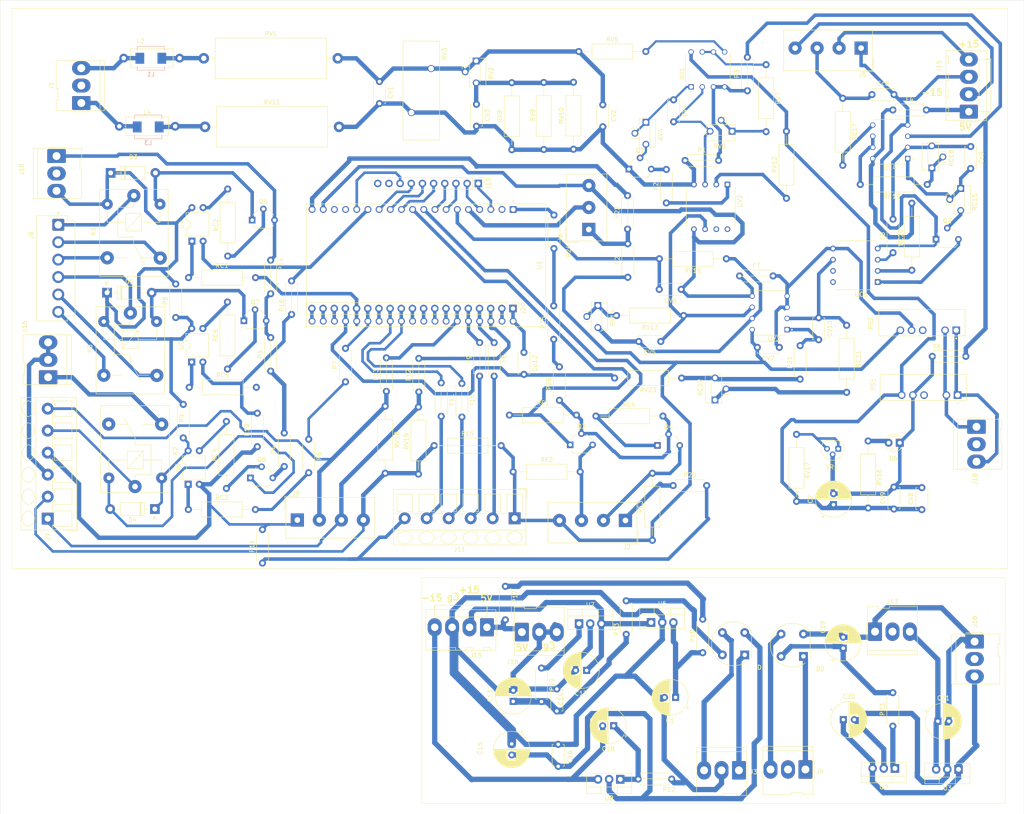
<source format=kicad_pcb>
(kicad_pcb (version 20240108) (generator "pcbnew") (generator_version "8.0")
  (layers (0 "F.Cu" signal) (31 "B.Cu" signal) (34 "B.Paste" user) (35 "F.Paste" user) (36 "B.SilkS" user "B.Silkscreen") (37 "F.SilkS" user "F.Silkscreen") (38 "B.Mask" user) (39 "F.Mask" user) (44 "Edge.Cuts" user))
  (net 0 "")
  (net 1 "GND3")
  (net 2 "Net-(U7-VI)")
  (net 3 "Net-(U8-VI)")
  (net 4 "Net-(Cc9-Pad2)")
  (net 5 "Net-(Cc9-Pad1)")
  (net 6 "GND2")
  (net 7 "VCC2")
  (net 8 "CORRIENTE")
  (net 9 "GND1")
  (net 10 "Net-(CV1-Pad1)")
  (net 11 "Net-(CV4-Pad1)")
  (net 12 "Net-(CV4-Pad2)")
  (net 13 "Net-(CV5-Pad1)")
  (net 14 "Net-(CV5-Pad2)")
  (net 15 "VOLTAJE")
  (net 16 "Net-(CV10-Pad1)")
  (net 17 "Net-(CV10-Pad2)")
  (net 18 "+15VCC")
  (net 19 "-15VCC")
  (net 20 "GND4")
  (net 21 "+15VCC1")
  (net 22 "5V(uc)")
  (net 23 "Net-(U2-VI)")
  (net 25 "Net-(J1-Pin_3)")
  (net 26 "Net-(J1-Pin_1)")
  (net 27 "Net-(L1-Pad2)")
  (net 28 "Net-(L3-Pad2)")
  (net 29 "Net-(D1--)")
  (net 30 "Net-(J12-Pin_3)")
  (net 32 "Net-(D1-+)")
  (net 33 "Net-(D2-+)")
  (net 34 "Net-(D2--)")
  (net 36 "Net-(Q1-B)")
  (net 37 "Net-(Q1-E)")
  (net 38 "Net-(Q2-B)")
  (net 39 "Net-(Q2-E)")
  (net 40 "Net-(RC17-Pad2)")
  (net 41 "señal HALL")
  (net 42 "Net-(RC18-Pad1)")
  (net 43 "Net-(RC19-Pad1)")
  (net 44 "Net-(RC20-Pad1)")
  (net 45 "VCC1")
  (net 46 "Net-(CV3-Pad1)")
  (net 47 "Net-(RV5-Pad2)")
  (net 48 "Net-(RV6-Pad1)")
  (net 49 "Net-(RV7-Pad1)")
  (net 50 "Net-(RV12-Pad1)")
  (net 51 "Net-(RV13-Pad2)")
  (net 52 "Net-(D3-A)")
  (net 53 "Net-(D4-A)")
  (net 54 "TX2")
  (net 55 "Net-(J20-Pin_17)")
  (net 56 "Net-(D5-A)")
  (net 57 "RX2")
  (net 58 "5")
  (net 59 "Net-(D6-A)")
  (net 60 "B")
  (net 63 "A")
  (net 64 "7")
  (net 65 "Net-(J20-Pin_9)")
  (net 66 "Net-(J20-Pin_2)")
  (net 68 "6")
  (net 69 "Net-(J20-Pin_19)")
  (net 71 "2")
  (net 72 "NC1")
  (net 73 "NA1")
  (net 74 "NC3")
  (net 75 "8")
  (net 76 "C1")
  (net 77 "Net-(J20-Pin_10)")
  (net 78 "1")
  (net 79 "Net-(J20-Pin_8)")
  (net 80 "NA3")
  (net 81 "Net-(J20-Pin_18)")
  (net 82 "3")
  (net 83 "4")
  (net 84 "C3")
  (net 85 "C2")
  (net 86 "SCL")
  (net 91 "SDA")
  (net 92 "temp")
  (net 94 "3V3")
  (net 95 "b")
  (net 96 "a")
  (net 97 "Net-(Q5-B)")
  (net 98 "Net-(Q6-B)")
  (net 99 "Net-(Q7-B)")
  (net 100 "Net-(RC1-Pad1)")
  (net 101 "IO2")
  (net 102 "Net-(RC2-Pad2)")
  (net 103 "gas_heater")
  (net 104 "Net-(RC3-Pad1)")
  (net 105 "Net-(RC4-Pad2)")
  (net 106 "Net-(RC5-Pad1)")
  (net 107 "IO3")
  (net 108 "Net-(RC6-Pad2)")
  (net 109 "Net-(RV17-Pad1)")
  (net 110 "RX")
  (net 111 "TX")
  (net 112 "IO4")
  (net 117 "Net-(RC21-Pad2)")
  (footprint "Resistor_THT:R_Axial_DIN0309_L9.0mm_D3.2mm_P15.24mm_Horizontal" (layer "F.Cu") (at 204.45 86.31 -90)
    (property "Reference" "RC21")
    (property "Value" "82K 1%")
  )
  (footprint "Package_TO_SOT_THT:TO-220-3_Vertical" (layer "F.Cu") (at 215.43 187.05 180)
    (property "Reference" "U2")
    (property "Value" "LM7815_TO220")
  )
  (footprint "Capacitor_THT:C_Disc_D4.7mm_W2.5mm_P5.00mm" (layer "F.Cu") (at 198.09 84.59 -90)
    (property "Reference" "CV10")
    (property "Value" "10nf")
  )
  (footprint "Package_TO_SOT_THT:TO-92_Wide" (layer "F.Cu") (at 141.6 113.48)
    (property "Reference" "Q3")
    (property "Value" "2N7000")
  )
  (footprint "Diode_THT:Diode_Bridge_Round_D9.8mm" (layer "F.Cu") (at 181.275 161.245 180)
    (property "Reference" "D1")
    (property "Value" "W10G")
  )
  (footprint "Package_TO_SOT_THT:TO-92_Wide" (layer "F.Cu") (at 67.4 85.28)
    (property "Reference" "Q7")
    (property "Value" "BC337")
  )
  (footprint "Archivos de Libreria Importados:ESP32-module" (layer "F.Cu") (at 108.87 72.67 -90)
    (property "Reference" "U1")
    (property "Value" "esp32 uc ")
  )
  (footprint "Connector_Molex:Molex_KK-396_5273-03A_1x03_P3.96mm_Vertical" (layer "F.Cu") (at 210.905 155.965)
    (property "Reference" "J13")
    (property "Value" "Conn_01x03")
  )
  (footprint "Connector_Molex:Molex_KK-396_5273-03A_1x03_P3.96mm_Vertical" (layer "F.Cu") (at 22.9 98.11 90)
    (property "Reference" "J17" (hide yes))
    (property "Value" "Conn_01x03")
  )
  (footprint "Resistor_THT:R_Axial_DIN0309_L9.0mm_D3.2mm_P15.24mm_Horizontal" (layer "F.Cu") (at 209.34 112.61 -90)
    (property "Reference" "RV16")
    (property "Value" "470R")
  )
  (footprint "Capacitor_THT:CP_Radial_D8.0mm_P2.50mm" (layer "F.Cu") (at 151.48 177.36 180)
    (property "Reference" "C18")
    (property "Value" "1uF 35v")
  )
  (footprint "TerminalBlock_Altech:Altech_AK100_1x03_P5.00mm" (layer "F.Cu") (at 145.8275 64.5225 90)
    (property "Reference" "J8")
    (property "Value" "Temperatura")
  )
  (footprint "Potentiometer_THT:Potentiometer_Runtron_RM-063_Horizontal" (layer "F.Cu") (at 230.38 55.2 -90)
    (property "Reference" "RC16")
    (property "Value" "50k 0%")
  )
  (footprint "Resistor_THT:R_Axial_DIN0207_L6.3mm_D2.5mm_P7.62mm_Horizontal" (layer "F.Cu") (at 163.45 58.49 90)
    (property "Reference" "F2")
    (property "Value" "Fuse")
  )
  (footprint "Capacitor_THT:CP_Radial_D8.0mm_P2.50mm" (layer "F.Cu") (at 203.66 159.72 90)
    (property "Reference" "C19")
    (property "Value" "470uF 35v")
  )
  (footprint "Resistor_THT:R_Axial_Power_L25.0mm_W9.0mm_P30.48mm" (layer "F.Cu") (at 58.285 25.61)
    (property "Reference" "RV1")
    (property "Value" "22K 5W")
  )
  (footprint "Resistor_THT:R_Axial_DIN0207_L6.3mm_D2.5mm_P7.62mm_Horizontal" (layer "F.Cu") (at 71.63 140.37 90)
    (property "Reference" "P11")
    (property "Value" "Fuse")
  )
  (footprint "Resistor_THT:R_Axial_DIN0207_L6.3mm_D2.5mm_P7.62mm_Horizontal" (layer "F.Cu") (at 116.97 99.54 -90)
    (property "Reference" "F10")
    (property "Value" "Fuse")
  )
  (footprint "Resistor_THT:R_Axial_DIN0309_L9.0mm_D3.2mm_P15.24mm_Horizontal" (layer "F.Cu") (at 99.53 104.7 -90)
    (property "Reference" "RV18")
    (property "Value" "3.3k")
  )
  (footprint "Resistor_THT:R_Axial_DIN0207_L6.3mm_D2.5mm_P7.62mm_Horizontal" (layer "F.Cu") (at 214.99 69.8 90)
    (property "Reference" "F5")
    (property "Value" "Fuse")
  )
  (footprint "Archivos de Libreria Importados:RB-0505S convertidor" (layer "F.Cu") (at 221.57 85.71 180)
    (property "Reference" "PS1")
    (property "Value" "RB-0505S")
  )
  (footprint "Relay_THT:Relay_SPDT_SANYOU_SRD_Series_Form_C" (layer "F.Cu") (at 42.39 56.82 -90)
    (property "Reference" "K1")
    (property "Value" "SANYOU_SRD_Form_C")
  )
  (footprint "Resistor_THT:R_Axial_DIN0207_L6.3mm_D2.5mm_P7.62mm_Horizontal" (layer "F.Cu") (at 124.31 97.88 90)
    (property "Reference" "F8")
    (property "Value" "Fuse")
  )
  (footprint "Resistor_THT:R_Axial_DIN0207_L6.3mm_D2.5mm_P7.62mm_Horizontal" (layer "F.Cu") (at 90.51 99.17 90)
    (property "Reference" "P7")
    (property "Value" "Fuse")
  )
  (footprint "Diode_THT:D_DO-41_SOD81_P10.16mm_Horizontal" (layer "F.Cu") (at 36.29 78.9)
    (property "Reference" "D5")
    (property "Value" "1N4007")
  )
  (footprint "Resistor_THT:R_Axial_DIN0207_L6.3mm_D2.5mm_P7.62mm_Horizontal" (layer "F.Cu") (at 167.71 48.83)
    (property "Reference" "P1")
    (property "Value" "Fuse")
  )
  (footprint "Resistor_THT:R_Axial_DIN0309_L9.0mm_D3.2mm_P15.24mm_Horizontal" (layer "F.Cu") (at 128.62 119.61)
    (property "Reference" "RE2")
    (property "Value" "10K")
  )
  (footprint "Resistor_THT:R_Axial_DIN0309_L9.0mm_D3.2mm_P15.24mm_Horizontal" (layer "F.Cu") (at 54.81 75.47)
    (property "Reference" "RC1")
    (property "Value" "120R")
  )
  (footprint "Package_DIP:DIP-4_W7.62mm" (layer "F.Cu") (at 55.535 94.66 90)
    (property "Reference" "U9")
    (property "Value" "PC817")
  )
  (footprint "Package_DIP:DIP-4_W7.62mm" (layer "F.Cu") (at 55.595 67.18 90)
    (property "Reference" "U4")
    (property "Value" "PC817")
  )
  (footprint "Potentiometer_THT:Potentiometer_Runtron_RM-063_Horizontal" (layer "F.Cu") (at 174.53 103.28 90)
    (property "Reference" "RC22")
    (property "Value" "50k 0%")
  )
  (footprint "Resistor_THT:R_Axial_DIN0207_L6.3mm_D2.5mm_P7.62mm_Horizontal" (layer "F.Cu") (at 137.9 68.86 90)
    (property "Reference" "P24")
    (property "Value" "Fuse")
  )
  (footprint "Resistor_THT:R_Axial_DIN0207_L6.3mm_D2.5mm_P7.62mm_Horizontal" (layer "F.Cu") (at 73.49 79.13 90)
    (property "Reference" "P14")
    (property "Value" "Fuse")
  )
  (footprint "Resistor_THT:R_Axial_DIN0207_L6.3mm_D2.5mm_P7.62mm_Horizontal" (layer "F.Cu") (at 121 97.86 90)
    (property "Reference" "F9")
    (property "Value" "Fuse")
  )
  (footprint "Resistor_THT:R_Axial_DIN0207_L6.3mm_D2.5mm_P7.62mm_Horizontal" (layer "F.Cu") (at 223.92 93.37)
    (property "Reference" "F6")
    (property "Value" "Fuse")
  )
  (footprint "Resistor_THT:R_Axial_DIN0309_L9.0mm_D3.2mm_P15.24mm_Horizontal" (layer "F.Cu") (at 177.1 71.18 180)
    (property "Reference" "RV15")
    (property "Value" "4K7 ")
  )
  (footprint "Package_TO_SOT_THT:TO-220-3_Vertical" (layer "F.Cu") (at 152.99 189.53 180)
    (property "Reference" "U8")
    (property "Value" "LM7915_TO220")
  )
  (footprint "Connector_Molex:Molex_KK-396_5273-03A_1x03_P3.96mm_Vertical" (layer "F.Cu") (at 130.61 156.06)
    (property "Reference" "J16")
    (property "Value" "Conn_01x03")
  )
  (footprint "TerminalBlock_Altech:Altech_AK100_1x04_P5.00mm" (layer "F.Cu") (at 207.73 23.28 180)
    (property "Reference" "J5")
    (property "Value" "HALL")
  )
  (footprint "Connector_Molex:Molex_KK-396_5273-03A_1x03_P3.96mm_Vertical" (layer "F.Cu") (at 233.97 109.39 -90)
    (property "Reference" "J12" (hide yes))
    (property "Value" "Conn_01x03")
  )
  (footprint "Resistor_THT:R_Axial_DIN0309_L9.0mm_D3.2mm_P15.24mm_Horizontal" (layer "F.Cu") (at 142.34 46.28 90)
    (property "Reference" "RV10")
    (property "Value" "3.3k")
  )
  (footprint "Resistor_THT:R_Axial_DIN0207_L6.3mm_D2.5mm_P7.62mm_Horizontal" (layer "F.Cu") (at 126.85 153.28 90)
    (property "Reference" "P17")
    (property "Value" "Fuse")
  )
  (footprint "Capacitor_THT:CP_Radial_D8.0mm_P2.50mm" (layer "F.Cu") (at 165.55 170.91 180)
    (property "Reference" "C1")
    (property "Value" "100uF 35v")
  )
  (footprint "Capacitor_THT:C_Disc_D4.7mm_W2.5mm_P5.00mm" (layer "F.Cu") (at 162.19 89.99 180)
    (property "Reference" "CV5")
    (property "Value" "10nf")
  )
  (footprint "Resistor_THT:R_Axial_DIN0207_L6.3mm_D2.5mm_P7.62mm_Horizontal" (layer "F.Cu") (at 157.05 189.48)
    (property "Reference" "P12")
    (property "Value" "Fuse")
  )
  (footprint "Potentiometer_THT:Potentiometer_Runtron_RM-063_Horizontal" (layer "F.Cu") (at 158.81 40.15 -90)
    (property "Reference" "RV4")
    (property "Value" "50k 0%")
  )
  (footprint "Package_TO_SOT_THT:TO-92_Wide" (layer "F.Cu") (at 69.29 62.4)
    (property "Reference" "Q5")
    (property "Value" "BC337")
  )
  (footprint "Resistor_THT:R_Axial_DIN0207_L6.3mm_D2.5mm_P7.62mm_Horizontal" (layer "F.Cu") (at 73.5 96.72 90)
    (property "Reference" "P5")
    (property "Value" "Fuse")
  )
  (footprint "Resistor_THT:R_Axial_DIN0309_L9.0mm_D3.2mm_P15.24mm_Horizontal" (layer "F.Cu") (at 193.05 111.102651 -90)
    (property "Reference" "RV17")
    (property "Value" "470R")
  )
  (footprint "Inductor_THT:L_Axial_L9.5mm_D4.0mm_P12.70mm_Horizontal_Fastron_SMCC" (layer "F.Cu") (at 40.09 25.57)
    (property "Reference" "L2")
    (property "Value" "220uH")
  )
  (footprint "Archivos de Libreria Importados:lm358" (layer "F.Cu") (at 172.89 28.1375 90)
    (property "Reference" "UV1")
    (property "Value" "LM358AN")
  )
  (footprint "Capacitor_THT:C_Disc_D4.7mm_W2.5mm_P5.00mm" (layer "F.Cu") (at 165.11 35.04 -90)
    (property "Reference" "CV4")
    (property "Value" "10nf")
  )
  (footprint "Potentiometer_THT:Potentiometer_Runtron_RM-063_Horizontal" (layer "F.Cu") (at 147.88 81.81 -90)
    (property "Reference" "RV14")
    (property "Value" "50k 0%")
  )
  (footprint "Resistor_THT:R_Axial_DIN0309_L9.0mm_D3.2mm_P15.24mm_Horizontal" (layer "F.Cu") (at 128.32 46.39 90)
    (property "Reference" "RV8")
    (property "Value" "3.3k")
  )
  (footprint "Resistor_THT:R_Axial_DIN0309_L9.0mm_D3.2mm_P15.24mm_Horizontal" (layer "F.Cu") (at 160.28 135.19 90)
    (property "Reference" "RE3")
    (property "Value" "10K")
  )
  (footprint "Resistor_THT:R_Axial_DIN0207_L6.3mm_D2.5mm_P7.62mm_Horizontal" (layer "F.Cu") (at 181.88 32.98 90)
    (property "Reference" "P3")
    (property "Value" "Fuse")
  )
  (footprint "Resistor_THT:R_Axial_DIN0309_L9.0mm_D3.2mm_P15.24mm_Horizontal" (layer "F.Cu") (at 54.78 128.19)
    (property "Reference" "RC3")
    (property "Value" "120R")
  )
  (footprint "Resistor_THT:R_Axial_DIN0207_L6.3mm_D2.5mm_P7.62mm_Horizontal" (layer "F.Cu") (at 139.14 103.37 90)
    (property "Reference" "P26")
    (property "Value" "Fuse")
  )
  (footprint "Capacitor_THT:C_Disc_D4.7mm_W2.5mm_P5.00mm" (layer "F.Cu") (at 166.8425 78.14 180)
    (property "Reference" "CV6")
    (property "Value" "10nf")
  )
  (footprint "Resistor_THT:R_Axial_DIN0207_L6.3mm_D2.5mm_P7.62mm_Horizontal" (layer "F.Cu") (at 214.95 177.45 90)
    (property "Reference" "P23")
    (property "Value" "Fuse")
  )
  (footprint "Resistor_THT:R_Axial_DIN0207_L6.3mm_D2.5mm_P7.62mm_Horizontal" (layer "F.Cu") (at 82.14 112.21 -90)
    (property "Reference" "P6")
    (property "Value" "Fuse")
  )
  (footprint "Capacitor_THT:CP_Radial_D8.0mm_P2.50mm" (layer "F.Cu") (at 225.19 176.32)
    (property "Reference" "C21")
    (property "Value" "100uF 35v")
  )
  (footprint "Capacitor_THT:CP_Radial_D8.0mm_P2.50mm" (layer "F.Cu") (at 145.33 164.77 180)
    (property "Reference" "C17")
    (property "Value" "1uF 35v")
  )
  (footprint "Resistor_THT:R_Axial_DIN0207_L6.3mm_D2.5mm_P7.62mm_Horizontal" (layer "F.Cu") (at 51.91 84.54 90)
    (property "Reference" "P8")
    (property "Value" "Fuse")
  )
  (footprint "Package_TO_SOT_THT:TO-220-3_Vertical" (layer "F.Cu") (at 229.88 187.265 180)
    (property "Reference" "U3")
    (property "Value" "LM7805_TO220")
  )
  (footprint "Resistor_THT:R_Axial_DIN0309_L9.0mm_D3.2mm_P15.24mm_Horizontal" (layer "F.Cu") (at 203.57 34.69 -90)
    (property "Reference" "RC17")
    (property "Value" "4.7k")
  )
  (footprint "Capacitor_THT:CP_Radial_D8.0mm_P2.50mm" (layer "F.Cu") (at 203.7 175.97)
    (property "Reference" "C20")
    (property "Value" "100uF 35v")
  )
  (footprint "Resistor_THT:R_Axial_DIN0207_L6.3mm_D2.5mm_P7.62mm_Horizontal" (layer "F.Cu") (at 180.11 75.08)
    (property "Reference" "F7")
    (property "Value" "Fuse")
  )
  (footprint "Resistor_THT:R_Axial_DIN0207_L6.3mm_D2.5mm_P7.62mm_Horizontal" (layer "F.Cu") (at 165 122.74)
    (property "Reference" "P20")
    (property "Value" "Fuse")
  )
  (footprint "Resistor_THT:R_Axial_DIN0309_L9.0mm_D3.2mm_P15.24mm_Horizontal" (layer "F.Cu") (at 207.54 54.29)
    (property "Reference" "RC19")
    (property "Value" "82K 1%")
  )
  (footprint "LED_THT:LED_D3.0mm_Clear" (layer "F.Cu") (at 216.53 113.02 180)
    (property "Reference" "D6")
    (property "Value" "LED")
  )
  (footprint "Resistor_THT:R_Axial_DIN0207_L6.3mm_D2.5mm_P7.62mm_Horizontal" (layer "F.Cu") (at 76.58 118.41 90)
    (property "Reference" "P4")
    (property "Value" "Fuse")
  )
  (footprint "Resistor_THT:R_Axial_DIN0207_L6.3mm_D2.5mm_P7.62mm_Horizontal" (layer "F.Cu") (at 214.95 37.35)
    (property "Reference" "F4")
    (property "Value" "Fuse")
  )
  (footprint "Capacitor_THT:C_Disc_D4.7mm_W2.5mm_P5.00mm" (layer "F.Cu") (at 221.55 128.22 90)
    (property "Reference" "CV8")
    (property "Value" "100nf")
  )
  (footprint "TerminalBlock_MetzConnect:TerminalBlock_MetzConnect_Type205_RT04506UBLC_1x06_P5.00mm_45Degree" (layer "F.Cu") (at 128.97 130.19 180)
    (property "Reference" "J11")
    (property "Value" "puerto serial")
  )
  (footprint "Resistor_THT:R_Axial_DIN0207_L6.3mm_D2.5mm_P7.62mm_Horizontal" (layer "F.Cu") (at 112.27 99.39 -90)
    (property "Reference" "F11")
    (property "Value" "Fuse")
  )
  (footprint "Resistor_THT:R_Axial_DIN0207_L6.3mm_D2.5mm_P7.62mm_Horizontal" (layer "F.Cu") (at 171.73 160.75 90)
    (property "Reference" "P18")
    (property "Value" "Fuse")
  )
  (footprint "Capacitor_THT:C_Disc_D4.7mm_W2.5mm_P5.00mm" (layer "F.Cu") (at 120.28 36.05 -90)
    (property "Reference" "CV3")
    (property "Value" "68pf")
  )
  (footprint "Resistor_THT:R_Axial_DIN0207_L6.3mm_D2.5mm_P7.62mm_Horizontal" (layer "F.Cu") (at 137.85 89.5 90)
    (property "Reference" "P25")
    (property "Value" "Fuse")
  )
  (footprint "Package_TO_SOT_THT:TO-220-3_Vertical" (layer "F.Cu") (at 143.61 154.15)
    (property "Reference" "U7")
    (property "Value" "LM7815_TO220")
  )
  (footprint "TerminalBlock_Altech:Altech_AK100_1x04_P5.00mm" (layer "F.Cu") (at 79.57 130.58)
    (property "Reference" "J9")
    (property "Value" "Display")
  )
  (footprint "Capacitor_THT:C_Disc_D4.7mm_W2.5mm_P5.00mm" (layer "F.Cu") (at 138.56 174 90)
    (property "Reference" "C14")
    (property "Value" "100nf")
  )
  (footprint "TerminalBlock_Altech:Altech_AK100_1x04_P5.00mm" (layer "F.Cu") (at 154.16 130.68 180)
    (property "Reference" "J2")
    (property "Value" "motor")
  )
  (footprint "Relay_THT:Relay_SPDT_SANYOU_SRD_Series_Form_C" (layer "F.Cu") (at 42.66 122.97 90)
    (property "Reference" "K2")
    (property "Value" "SANYOU_SRD_Form_C")
  )
  (footprint "Resistor_THT:R_Axial_DIN0207_L6.3mm_D2.5mm_P7.62mm_Horizontal" (layer "F.Cu") (at 154.7 75.39 90)
    (property "Reference" "P2")
    (property "Value" "Fuse")
  )
  (footprint "Archivos de Libreria Importados:hcn201" (layer "F.Cu") (at 206.43 72.67 180)
    (property "Reference" "UC5")
    (property "Value" "HCNR201")
  )
  (footprint "Resistor_THT:R_Axial_DIN0309_L9.0mm_D3.2mm_P15.24mm_Horizontal" (layer "F.Cu") (at 107.09 104.9 -90)
    (property "Reference" "RV19")
    (property "Value" "3.3k")
  )
  (footprint "Resistor_THT:R_Axial_DIN0207_L6.3mm_D2.5mm_P7.62mm_Horizontal" (layer "F.Cu") (at 70.45 113.91 90)
    (property "Reference" "P10")
    (property "Value" "Fuse")
  )
  (footprint "Connector_Molex:Molex_KK-396_A-41791-0004_1x04_P3.96mm_Vertical" (layer "F.Cu") (at 122.67 154.97 180)
    (property "Reference" "J15")
    (property "Value" "Alimentacion")
  )
  (footprint "Capacitor_THT:C_Disc_D4.7mm_W2.5mm_P5.00mm" (layer "F.Cu") (at 138.87 181.58 -90)
    (property "Reference" "C16")
    (property "Value" "100nf")
  )
  (footprint "Capacitor_THT:CP_Radial_D8.0mm_P2.50mm" (layer "F.Cu") (at 128.64 171.82 90)
    (property "Reference" "C13")
    (property "Value" "470uF 35v")
  )
  (footprint "Capacitor_THT:C_Disc_D4.7mm_W2.5mm_P5.00mm" (layer "F.Cu") (at 98.23 30.89 -90)
    (property "Reference" "CV1")
    (property "Value" "68pf")
  )
  (footprint "Resistor_THT:R_Axial_DIN0309_L9.0mm_D3.2mm_P15.24mm_Horizontal" (layer "F.Cu") (at 219.27 73.79 90)
    (property "Reference" "RC20")
    (property "Value" "120R")
  )
  (footprint "Connector_JST:JST_VH_B6P-VH_1x06_P3.96mm_Vertical" (layer "F.Cu") (at 25.2 63.46 -90)
    (property "Reference" "J6")
    (property "Value" "Salidas a Relay")
  )
  (footprint "Connector_PinHeader_2.54mm:PinHeader_1x19_P2.54mm_Vertical" (layer "F.Cu") (at 128.59 82.49 -90)
    (property "Reference" "J20")
    (property "Value" "Conn_01x19_Pin")
  )
  (footprint "Resistor_THT:R_Axial_DIN0207_L6.3mm_D2.5mm_P7.62mm_Horizontal" (layer "F.Cu") (at 135.06 164.24 -90)
    (property "Reference" "P19")
    (property "Value" "Fuse")
  )
  (footprint "Resistor_THT:R_Axial_DIN0309_L9.0mm_D3.2mm_P15.24mm_Horizontal" (layer "F.Cu") (at 147.44 106.95)
    (property "Reference" "RE4")
    (property "Value" "10K")
  )
  (footprint "Capacitor_THT:C_Disc_D4.7mm_W2.5mm_P5.00mm" (layer "F.Cu") (at 131.08 92.47 -90)
    (property "Reference" "Cc12")
    (property "Value" "10nf")
  )
  (footprint "Archivos de Libreria Importados:hcn201" (layer "F.Cu") (at 173.54 59.38 -90)
    (property "Reference" "UV2")
    (property "Value" "HCNR201")
  )
  (footprint "Resistor_THT:R_Axial_DIN0207_L6.3mm_D2.5mm_P7.62mm_Horizontal" (layer "F.Cu") (at 154.64 64.44 90)
    (property "Reference" "P22")
    (property "Value" "Fuse")
  )
  (footprint "Archivos de Libreria Importados:Varistor" (layer "F.Cu") (at 107.73 32.94 -90)
    (property "Reference" "RV3")
    (property "Value" "10D330K")
  )
  (footprint "Connector_Molex:Molex_KK-396_5273-03A_1x03_P3.96mm_Vertical" (layer "F.Cu") (at 179.96 187.49 180)
    (property "Reference" "J3")
    (property "Value" "Conn_01x03")
  )
  (footprint "Capacitor_THT:C_Disc_D4.7mm_W2.5mm_P5.00mm" (layer "F.Cu") (at 149.01 36.17 -90)
    (property "Reference" "CV2")
    (property "Value" "100pf")
  )
  (footprint "Archivos de Libreria Importados:RB-0505S convertidor" (layer "F.Cu") (at 221.87 100.45 180)
    (property "Reference" "PS2")
    (property "Value" "RB-0505S")
  )
  (footprint "Connector_Molex:Molex_KK-396_5273-03A_1x03_P3.96mm_Vertical" (layer "F.Cu") (at 195.07 187.295 180)
    (property "Reference" "J4")
    (property "Value" "Conn_01x03")
  )
  (footprint "Diode_THT:D_DO-41_SOD81_P10.16mm_Horizontal" (layer "F.Cu") (at 47.16 128.08 180)
    (property "Reference" "D4")
    (property "Value" "1N4007")
  )
  (footprint "Resistor_THT:R_Axial_DIN0309_L9.0mm_D3.2mm_P15.24mm_Horizontal" (layer "F.Cu") (at 135.59 46.34 90)
    (property "Reference" "RV9")
    (property "Value" "3.3k")
  )
  (footprint "Capacitor_THT:CP_Radial_D8.0mm_P2.50mm" (layer "F.Cu") (at 128.3 181.49 -90)
    (property "Reference" "C15")
    (property "Value" "470uF 35v")
  )
  (footprint "Package_TO_SOT_THT:TO-92_Wide" (layer "F.Cu") (at 224.78 66.75)
    (property "Reference" "Q2")
    (property "Value" "BC327")
  )
  (footprint "Connector_Molex:Molex_KK-396_5273-03A_1x03_P3.96mm_Vertical" (layer "F.Cu") (at 233.535 158.225 -90)
    (property "Reference" "J18")
    (property "Value" "Conn_01x03")
  )
  (footprint "Connector_PinHeader_2.54mm:PinHeader_1x10_P2.54mm_Vertical" (layer "F.Cu") (at 120.7 54.06 -90)
    (property "Reference" "J10")
    (property "Value" "Teclado")
  )
  (footprint "Resistor_THT:R_Axial_DIN0207_L6.3mm_D2.5mm_P7.62mm_Horizontal" (layer "F.Cu") (at 53.62 111.91 90)
    (property "Reference" "P9")
    (property "Value" "Fuse")
  )
  (footprint "Package_DIP:DIP-4_W7.62mm" (layer "F.Cu") (at 54.735 122.45 90)
    (property "Reference" "U6")
    (property "Value" "PC817")
  )
  (footprint "Potentiometer_THT:Potentiometer_Runtron_RM-063_Horizontal" (layer "F.Cu") (at 223.82 50.52 90)
    (property "Reference" "RC18")
    (property "Value" "50k 0%")
  )
  (footprint "Relay_THT:Relay_SPDT_SANYOU_SRD_Series_Form_C" (layer "F.Cu") (at 41.6 83.51 -90)
    (property "Reference" "K3")
    (property "Value" "SANYOU_SRD_Form_C")
  )
  (footprint "Resistor_THT:R_Axial_DIN0207_L6.3mm_D2.5mm_P7.62mm_Horizontal" (layer "F.Cu") (at 78.25 83.84 90)
    (property "Reference" "P16")
    (property "Value" "Fuse")
  )
  (footprint "Capacitor_THT:C_Disc_D4.7mm_W2.5mm_P5.00mm" (layer "F.Cu") (at 215.19 128.09 90)
    (property "Reference" "CV9")
    (property "Value" "100nf")
  )
  (footprint "Package_TO_SOT_THT:TO-92" (layer "F.Cu") (at 202.54 114.392651 180)
    (property "Reference" "VR1")
    (property "Value" "TL431CLP")
  )
  (footprint "Package_TO_SOT_THT:TO-92_Wide" (layer "F.Cu") (at 161.42 113.62)
    (property "Reference" "Q4")
    (property "Value" "2N7000")
  )
  (footprint "Connector_Molex:Molex_KK-396_5273-03A_1x03_P3.96mm_Vertical" (layer "F.Cu") (at 24.81 47.83 -90)
    (property "Reference" "J19" (hide yes))
    (property "Value" "Conn_01x03")
  )
  (footprint "Resistor_THT:R_Axial_DIN0309_L9.0mm_D3.2mm_P15.24mm_Horizontal" (layer "F.Cu") (at 190.76 57.43 90)
    (property "Reference" "RV12")
    (property "Value" "120R")
  )
  (footprint "Resistor_THT:R_Axial_DIN0309_L9.0mm_D3.2mm_P15.24mm_Horizontal" (layer "F.Cu") (at 63.67 96.25 90)
    (property "Reference" "RC6")
    (property "Value" "120R")
  )
  (footprint "Resistor_THT:R_Axial_DIN0309_L9.0mm_D3.2mm_P15.24mm_Horizontal" (layer "F.Cu") (at 63.43 123.4 90)
    (property "Reference" "RC4")
    (property "Value" "120R")
  )
  (footprint "TerminalBlock_MetzConnect:TerminalBlock_MetzConnect_Type205_RT04506UBLC_1x06_P5.00mm_45Degree" (layer "F.Cu") (at 22.81 130.27 90)
    (property "Reference" "J7")
    (property "Value" "GAS")
  )
  (footprint "Capacitor_THT:C_Disc_D4.7mm_W2.5mm_P5.00mm" (layer "F.Cu") (at 210.21 33.85)
    (property "Reference" "Cc8")
    (property "Value" "100pf")
  )
  (footprint "Resistor_THT:R_Axial_DIN0309_L9.0mm_D3.2mm_P15.24mm_Horizontal" (layer "F.Cu") (at 167.3825 84.09 180)
    (property "Reference" "RV13")
    (property "Value" "82K 1%")
  )
  (footprint "Diode_THT:D_DO-41_SOD81_P10.16mm_Horizontal" (layer "F.Cu") (at 37.12 51.65)
    (property "Reference" "D3")
    (property "Value" "1N4007")
  )
  (footprint "Resistor_THT:R_Axial_DIN0309_L9.0mm_D3.2mm_P15.24mm_Horizontal" (layer "F.Cu") (at 110.66 113.66)
    (property "Reference" "P15")
    (property "Value" "0R")
  )
  (footprint "Archivos de Libreria Importados:lm358" (layer "F.Cu") (at 186.94 83.48 180)
    (property "Reference" "UV3")
    (property "Value" "LM358AN")
  )
  (footprint "Resistor_THT:R_Axial_DIN0309_L9.0mm_D3.2mm_P15.24mm_Horizontal" (layer "F.Cu") (at 127.78 106.72)
    (property "Reference" "RE1")
    (property "Value" "10K")
  )
  (footprint "Resistor_THT:R_Axial_DIN0207_L6.3mm_D2.5mm_P7.62mm_Horizontal" (layer "F.Cu") (at 193.87 98.56 90)
    (property "Reference" "P21")
    (property "Value" "Fuse")
  )
  (footprint "Archivos de Libreria Importados:lm358" (layer "F.Cu") (at 214.3575 44.59 180)
    (property "Reference" "UC4")
    (property "Value" "LM358AN")
  )
  (footprint "Potentiometer_THT:Potentiometer_Runtron_RM-063_Horizontal" (layer "F.Cu") (at 178.41 42.19 180)
    (property "Reference" "RV6")
    (property "Value" "50k 0%")
  )
  (footprint "Resistor_THT:R_Axial_Power_L25.0mm_W9.0mm_P30.48mm" (layer "F.Cu") (at 58.565 41.19)
    (property "Reference" "RV11")
    (property "Value" "22K  5W")
  )
  (footprint "Package_TO_SOT_THT:TO-92_Wide" (layer "F.Cu") (at 154.94 50.79)
    (property "Reference" "Q1")
    (property "Value" "BC327")
  )
  (footprint "Potentiometer_THT:Potentiometer_Runtron_RM-063_Horizontal" (layer "F.Cu") (at 120.22 26.2 -90)
    (property "Reference" "RV2")
    (property "Value" "20K")
  )
  (footprint "Capacitor_THT:C_Disc_D4.7mm_W2.5mm_P5.00mm" (layer "F.Cu") (at 232.65 50.66 90)
    (property "Reference" "Cc9")
    (property "Value" "10nf")
  )
  (footprint "Resistor_THT:R_Axial_DIN0309_L9.0mm_D3.2mm_P15.24mm_Horizontal" (layer "F.Cu") (at 166.93 98.3 180)
    (property "Reference" "RV23")
    (property "Value" "4K7 ")
  )
  (footprint "Package_TO_SOT_THT:TO-92_Wide" (layer "F.Cu") (at 68.89 121.01)
    (property "Reference" "Q6")
    (property "Value" "BC337")
  )
  (footprint "Resistor_THT:R_Axial_DIN0207_L6.3mm_D2.5mm_P7.62mm_Horizontal" (layer "F.Cu") (at 154.33 156.57 90)
    (property "Reference" "P13")
    (property "Value" "Fuse")
  )
  (footprint "Resistor_THT:R_Axial_DIN0207_L6.3mm_D2.5mm_P7.62mm_Horizontal" (layer "F.Cu") (at 99.8 101.32 90)
    (property "Reference" "F13")
    (property "Value" "Fuse")
  )
  (footprint "Resistor_THT:R_Axial_DIN0309_L9.0mm_D3.2mm_P15.24mm_Horizontal" (layer "F.Cu") (at 63.73 70.57 90)
    (property "Reference" "RC2")
    (property "Value" "120R")
  )
  (footprint "Connector_Molex:Molex_KK-396_A-41791-0004_1x04_P3.96mm_Vertical" (layer "F.Cu") (at 232.23 37.74 90)
    (property "Reference" "J14" (hide yes))
    (property "Value" "Alimentacion")
  )
  (footprint "Resistor_THT:R_Axial_DIN0309_L9.0mm_D3.2mm_P15.24mm_Horizontal" (layer "F.Cu") (at 143.55 24.06)
    (property "Reference" "RV5")
    (property "Value" "4.7k")
  )
  (footprint "Resistor_THT:R_Axial_DIN0309_L9.0mm_D3.2mm_P15.24mm_Horizontal" (layer "F.Cu") (at 54.99 100.41)
    (property "Reference" "RC5")
    (property "Value" "120R")
  )
  (footprint "Diode_THT:Diode_Bridge_Round_D9.8mm" (layer "F.Cu") (at 194.625 161.585 180)
    (property "Reference" "D2")
    (property "Value" "W10G")
  )
  (footprint "Inductor_THT:L_Axial_L9.5mm_D4.0mm_P12.70mm_Horizontal_Fastron_SMCC" (layer "F.Cu") (at 39.08 41.06)
    (property "Reference" "L4")
    (property "Value" "22OuH")
  )
  (footprint "Capacitor_THT:CP_Radial_D8.0mm_P2.50mm" (layer "F.Cu") (at 201.46 127.092651 90)
    (property "Reference" "C2")
    (property "Value" "100uF 16v")
  )
  (footprint "Resistor_THT:R_Axial_DIN0207_L6.3mm_D2.5mm_P7.62mm_Horizontal" (layer "F.Cu") (at 107.18 101.46 90)
    (property "Reference" "F12")
    (property "Value" "Fuse")
  )
  (footprint "Connector_Molex:Molex_KK-396_5273-03A_1x03_P3.96mm_Vertical" (layer "F.Cu") (at 30.44 35.77 90)
    (property "Reference" "J1")
    (property "Value" "Conn_01x03")
  )
  (footprint "Capacitor_THT:C_Disc_D4.7mm_W2.5mm_P5.00mm" (layer "F.Cu") (at 189.14 91.33 180)
    (property "Reference" "CV7")
    (property "Value" "10nf")
  )
  (footprint "Resistor_THT:R_Axial_DIN0309_L9.0mm_D3.2mm_P15.24mm_Horizontal" (layer "F.Cu") (at 186.13 27.05 -90)
    (property "Reference" "RV7")
    (property "Value" "82K 1%")
  )
  (footprint "Package_TO_SOT_THT:TO-220-3_Vertical" (layer "F.Cu") (at 159.98 153.88)
    (property "Reference" "U5")
    (property "Value" "LM7805_TO220")
  )
  (footprint "Inductor_SMD:L_Neosid_SM-PIC0512H" (layer "B.Cu") (at 46.25 25.6)
    (property "Reference" "L1")
    (property "Value" "220uH")
  )
  (footprint "Inductor_SMD:L_Neosid_SM-PIC0512H" (layer "B.Cu") (at 45.65 41.21)
    (property "Reference" "L3")
    (property "Value" "22OuH")
  )
  (gr_line (start 112.23 99.45) (end 112.25 107.05) (stroke (width 0.1)) (layer "F.SilkS"))
  (gr_line (start 223.95 93.36) (end 231.46 93.37) (stroke (width 0.1)) (layer "F.SilkS"))
  (gr_line (start 180.05 75.16) (end 187.87 75.08) (stroke (width 0.1)) (layer "F.SilkS"))
  (gr_line (start 167.73 48.79) (end 175.43 48.77) (stroke (width 0.1)) (layer "F.SilkS"))
  (gr_line (start 121.07 90.21) (end 121.06 97.93) (stroke (width 0.1)) (layer "F.SilkS"))
  (gr_line (start 154.71 56.81) (end 154.71 64.6) (stroke (width 0.1)) (layer "F.SilkS"))
  (gr_rect (start 14.66 14.23) (end 241.03 141.68) (stroke (width 0.1)) (fill none) (layer "F.SilkS"))
  (gr_line (start 156.93 189.4) (end 164.62 189.43) (stroke (width 0.1)) (layer "F.SilkS"))
  (gr_line (start 181.87 25.49) (end 181.85 33.06) (stroke (width 0.1)) (layer "F.SilkS"))
  (gr_line (start 73.5 71.49) (end 73.5 79.21) (stroke (width 0.1)) (layer "F.SilkS"))
  (gr_line (start 99.8 93.72) (end 99.83 101.14) (stroke (width 0.1)) (layer "F.SilkS"))
  (gr_line (start 73.5 96.69) (end 73.5 89.11) (stroke (width 0.1)) (layer "F.SilkS"))
  (gr_line (start 116.92 99.52) (end 116.98 107.21) (stroke (width 0.1)) (layer "F.SilkS"))
  (gr_line (start 214.94 37.34) (end 222.52 37.34) (stroke (width 0.1)) (layer "F.SilkS"))
  (gr_rect (start 107.86 143.71) (end 240.49 195.02) (stroke (width 0.1)) (fill none) (layer "F.SilkS"))
  (gr_line (start 110.66 113.64) (end 125.92 113.65) (stroke (width 0.1)) (layer "F.SilkS"))
  (gr_line (start 78.27 76.21) (end 78.26 83.84) (stroke (width 0.1)) (layer "F.SilkS"))
  (gr_line (start 107.18 93.81) (end 107.19 101.44) (stroke (width 0.1)) (layer "F.SilkS"))
  (gr_line (start 124.31 97.94) (end 124.26 90.19) (stroke (width 0.1)) (layer "F.SilkS"))
  (gr_rect (start 11.98 12.375) (end 244.77 197.465) (stroke (width 0.05)) (fill none) (layer "Edge.Cuts"))
  (gr_text "g3" (at 135.25 160.02 0) (layer "F.SilkS") (effects (font (size 1.5 1.5) (thickness 0.3) (bold yes)) (justify left bottom)))
  (gr_text "5V" (at 229.85 42.1 0) (layer "F.SilkS") (effects (font (size 1.5 1.5) (thickness 0.3) (bold yes)) (justify left bottom)))
  (gr_text "J15" (at 225.5 27.38 90) (layer "F.SilkS") (effects (font (size 1 1))))
  (gr_text "J18" (at 16.91 50.85 90) (layer "F.SilkS") (effects (font (size 1 1))))
  (gr_text "-15" (at 107.6 149.14 0) (layer "F.SilkS") (effects (font (size 1.5 1.5) (thickness 0.3) (bold yes)) (justify left bottom)))
  (gr_text "+15" (at 229.65 23.24 0) (layer "F.SilkS") (effects (font (size 1.5 1.5) (thickness 0.3) (bold yes)) (justify left bottom)))
  (gr_text "J18" (at 233.63 121.26 90) (layer "F.SilkS") (effects (font (size 1 1))))
  (gr_text "+15" (at 116.1 147.33 0) (layer "F.SilkS") (effects (font (size 1.5 1.5) (thickness 0.3) (bold yes)) (justify left bottom)))
  (gr_text "g3" (at 113.37 148.95 0) (layer "F.SilkS") (effects (font (size 1.5 1.5) (thickness 0.3) (bold yes)) (justify left bottom)))
  (gr_text "5V" (at 121 149.23 0) (layer "F.SilkS") (effects (font (size 1.5 1.5) (thickness 0.3) (bold yes)) (justify left bottom)))
  (gr_text "-15" (at 221.34 34.23 0) (layer "F.SilkS") (effects (font (size 1.5 1.5) (thickness 0.3) (bold yes)) (justify left bottom)))
  (gr_text "5V" (at 129.06 160.46 0) (layer "F.SilkS") (effects (font (size 1.5 1.5) (thickness 0.3) (bold yes)) (justify left bottom)))
  (gr_text "J16" (at 17.57 86.55 90) (layer "F.SilkS") (effects (font (size 1 1))))
  (segment (start 214.37 64.18) (end 212.47 62.28) (width 0.8) (layer "B.Cu") (net 1))
  (segment (start 142.83 164.77) (end 142.83 162.825) (width 1.2) (layer "B.Cu") (net 1))
  (segment (start 218.3275 36.9675) (end 218.3275 40.78) (width 0.8) (layer "B.Cu") (net 1))
  (segment (start 176 190.47) (end 174.61 191.86) (width 1.2) (layer "B.Cu") (net 1))
  (segment (start 115.18 159.38) (end 115.18 155.25) (width 2) (layer "B.Cu") (net 1))
  (segment (start 167.8 189.89) (end 162.96 185.05) (width 1.2) (layer "B.Cu") (net 1))
  (segment (start 224.78 62.02) (end 224.78 61.72) (width 0.8) (layer "B.Cu") (net 1))
  (segment (start 22.9 94.15) (end 22.9 90.19) (width 1) (layer "B.Cu") (net 1))
  (segment (start 162.96 185.05) (end 162.96 177.38) (width 1.2) (layer "B.Cu") (net 1))
  (segment (start 162.52 152.45) (end 161.23 151.16) (width 1.2) (layer "B.Cu") (net 1))
  (segment (start 162.96 172.72) (end 161.15 170.91) (width 1.2) (layer "B.Cu") (net 1))
  (segment (start 207.73 27.24) (end 208.6 27.24) (width 0.8) (layer "B.Cu") (net 1))
  (segment (start 208.6 27.24) (end 215.21 33.85) (width 0.8) (layer "B.Cu") (net 1))
  (segment (start 219.96 56.9) (end 217.35 56.9) (width 0.8) (layer "B.Cu") (net 1))
  (segment (start 212.47 62.28) (end 212.47 48.79) (width 0.8) (layer "B.Cu") (net 1))
  (segment (start 115.18 165.28) (end 115.18 159.38) (width 2) (layer "B.Cu") (net 1))
  (segment (start 134.57 159.48) (end 134.57 156.06) (width 1.2) (layer "B.Cu") (net 1))
  (segment (start 134.62 159.53) (end 134.57 159.48) (width 1.2) (layer "B.Cu") (net 1))
  (segment (start 131.86 147.06) (end 130.65 148.27) (width 1.2) (layer "B.Cu") (net 1))
  (segment (start 164.67 189.75) (end 164.67 189.48) (width 1.2) (layer "B.Cu") (net 1))
  (segment (start 215.21 33.85) (end 215.815 34.455) (width 0.8) (layer "B.Cu") (net 1))
  (segment (start 130.8 169) (end 128.96 169) (width 1.2) (layer "B.Cu") (net 1))
  (segment (start 162.55 157.72) (end 162.56 157.72) (width 1.2) (layer "B.Cu") (net 1))
  (segment (start 154.19 166.08) (end 162.55 157.72) (width 1.2) (layer "B.Cu") (net 1))
  (segment (start 211.51 68.86) (end 212.13 68.24) (width 0.6) (layer "B.Cu") (net 1))
  (segment (start 176 187.49) (end 176 190.47) (width 1.2) (layer "B.Cu") (net 1))
  (segment (start 157.05 182.93) (end 153.715 179.595) (width 1.2) (layer "B.Cu") (net 1))
  (segment (start 224.78 67.82) (end 224.78 66.75) (width 0.6) (layer "B.Cu") (net 1))
  (segment (start 128.3 181.49) (end 128.3 178.4) (width 2) (layer "B.Cu") (net 1))
  (segment (start 125.12 169.32) (end 115.18 159.38) (width 1.2) (layer "B.Cu") (net 1))
  (segment (start 142.97 175.11) (end 144.05 174.03) (width 1.2) (layer "B.Cu") (net 1))
  (segment (start 161.23 151.16) (end 157.68 151.16) (width 1.2) (layer "B.Cu") (net 1))
  (segment (start 142.97 181.58) (end 142.97 175.11) (width 1.2) (layer "B.Cu") (net 1))
  (segment (start 157.68 151.16) (end 156.74 152.1) (width 1.2) (layer "B.Cu") (net 1))
  (segment (start 146.15 159.505) (end 146.15 154.15) (width 1.2) (layer "B.Cu") (net 1))
  (segment (start 18.56 116.02) (end 22.81 120.27) (width 1) (layer "B.Cu") (net 1))
  (segment (start 18.56 95.39) (end 18.56 116.02) (width 1) (layer "B.Cu") (net 1))
  (segment (start 216.93 57.32) (end 216.93 63.17) (width 0.8) (layer "B.Cu") (net 1))
  (segment (start 167.37 190.32) (end 165.24 190.32) (width 1.2) (layer "B.Cu") (net 1))
  (segment (start 19.8 94.15) (end 18.56 95.39) (width 1) (layer "B.Cu") (net 1))
  (segment (start 162.52 153.88) (end 162.52 152.45) (width 1.2) (layer "B.Cu") (net 1))
  (segment (start 138.87 181.58) (end 131.48 181.58) (width 1.2) (layer "B.Cu") (net 1))
  (segment (start 224.78 62.02) (end 224.78 66.75) (width 0.8) (layer "B.Cu") (net 1))
  (segment (start 167.8 189.89) (end 167.37 190.32) (width 1.2) (layer "B.Cu") (net 1))
  (segment (start 216.93 40.78) (end 214.565 43.145) (width 0.8) (layer "B.Cu") (net 1))
  (segment (start 162.56 157.72) (end 162.52 157.68) (width 1.2) (layer "B.Cu") (net 1))
  (segment (start 216.22 34.86) (end 215.815 34.455) (width 0.8) (layer "B.Cu") (net 1))
  (segment (start 165.24 190.32) (end 164.67 189.75) (width 1.2) (layer "B.Cu") (net 1))
  (segment (start 134.57 156.06) (end 138.53 156.06) (width 1.2) (layer "B.Cu") (net 1))
  (segment (start 128.96 169) (end 128.64 169.32) (width 1.2) (layer "B.Cu") (net 1))
  (segment (start 148.54 147.06) (end 131.86 147.06) (width 1.2) (layer "B.Cu") (net 1))
  (segment (start 214.565 46.695) (end 214.565 43.145) (width 0.8) (layer "B.Cu") (net 1))
  (segment (start 215.92 64.18) (end 214.37 64.18) (width 0.8) (layer "B.Cu") (net 1))
  (segment (start 212.47 48.79) (end 214.565 46.695) (width 0.8) (layer "B.Cu") (net 1))
  (segment (start 142.83 162.825) (end 146.15 159.505) (width 1.2) (layer "B.Cu") (net 1))
  (segment (start 128.3 178.4) (end 115.18 165.28) (width 2) (layer "B.Cu") (net 1))
  (segment (start 152.99 189.53) (end 157 189.53) (width 1.2) (layer "B.Cu") (net 1))
  (segment (start 128.64 169.32) (end 128.64 165.51) (width 1.2) (layer "B.Cu") (net 1))
  (segment (start 131.48 181.58) (end 128.3 178.4) (width 1.2) (layer "B.Cu") (net 1))
  (segment (start 220.2 34.86) (end 216.22 34.86) (width 0.8) (layer "B.Cu") (net 1))
  (segment (start 217.35 56.9) (end 216.93 57.32) (width 0.8) (layer "B.Cu") (net 1))
  (segment (start 216.93 63.17) (end 215.92 64.18) (width 0.8) (layer "B.Cu") (net 1))
  (segment (start 156.74 152.1) (end 153.58 152.1) (width 1.2) (layer "B.Cu") (net 1))
  (segment (start 207.73 23.28) (end 207.73 27.24) (width 0.8) (layer "B.Cu") (net 1))
  (segment (start 162.96 177.38) (end 162.96 172.72) (width 1.2) (layer "B.Cu") (net 1))
  (segment (start 161.15 170.91) (end 156.32 166.08) (width 1.2) (layer "B.Cu") (net 1))
  (segment (start 154.19 166.08) (end 152 166.08) (width 1.2) (layer "B.Cu") (net 1))
  (segment (start 169.77 191.86) (end 167.8 189.89) (width 1.2) (layer "B.Cu") (net 1))
  (segment (start 224.78 61.65) (end 224.78 62.02) (width 0.8) (layer "B.Cu") (net 1))
  (segment (start 138.56 169) (end 130.8 169) (width 1.2) (layer "B.Cu") (net 1))
  (segment (start 156.32 166.08) (end 154.19 166.08) (width 1.2) (layer "B.Cu") (net 1))
  (segment (start 162.52 157.68) (end 162.52 153.88) (width 1.2) (layer "B.Cu") (net 1))
  (segment (start 128.64 165.51) (end 134.62 159.53) (width 1.2) (layer "B.Cu") (net 1))
  (segment (start 218.3275 40.78) (end 216.93 40.78) (width 0.8) (layer "B.Cu") (net 1))
  (segment (start 138.1 155.755) (end 138.1 154.36) (width 1.2) (layer "B.Cu") (net 1))
  (segment (start 224.78 61.72) (end 219.96 56.9) (width 0.8) (layer "B.Cu") (net 1))
  (segment (start 225.24 29.82) (end 232.23 29.82) (width 0.8) (layer "B.Cu") (net 1))
  (segment (start 220.2 34.86) (end 225.24 29.82) (width 0.8) (layer "B.Cu") (net 1))
  (segment (start 212.13 68.24) (end 224.36 68.24) (width 0.6) (layer "B.Cu") (net 1))
  (segment (start 153.58 152.1) (end 148.54 147.06) (width 1.2) (layer "B.Cu") (net 1))
  (segment (start 157.05 189.48) (end 157.05 182.93) (width 1.2) (layer "B.Cu") (net 1))
  (segment (start 128.64 169.32) (end 125.12 169.32) (width 1.2) (layer "B.Cu") (net 1))
  (segment (start 114.75 151.31) (end 114.75 154.97) (width 1.2) (layer "B.Cu") (net 1))
  (segment (start 142.97 181.58) (end 138.87 181.58) (width 1.2) (layer "B.Cu") (net 1))
  (segment (start 174.61 191.86) (end 169.77 191.86) (width 1.2) (layer "B.Cu") (net 1))
  (segment (start 22.9 94.15) (end 19.8 94.15) (width 1) (layer "B.Cu") (net 1))
  (segment (start 130.65 148.27) (end 117.79 148.27) (width 1.2) (layer "B.Cu") (net 1))
  (segment (start 144.05 174.03) (end 152 166.08) (width 1.2) (layer "B.Cu") (net 1))
  (segment (start 157 189.53) (end 157.05 189.48) (width 1.2) (layer "B.Cu") (net 1))
  (segment (start 142.77 164.79) (end 138.56 169) (width 1.2) (layer "B.Cu") (net 1))
  (segment (start 153.715 179.595) (end 151.48 177.36) (width 1.2) (layer "B.Cu") (net 1))
  (segment (start 117.79 148.27) (end 114.75 151.31) (width 1.2) (layer "B.Cu") (net 1))
  (segment (start 215.815 34.455) (end 218.3275 36.9675) (width 0.8) (layer "B.Cu") (net 1))
  (segment (start 163.05 170.91) (end 161.15 170.91) (width 1.2) (layer "B.Cu") (net 1))
  (segment (start 224.36 68.24) (end 224.78 67.82) (width 0.6) (layer "B.Cu") (net 1))
  (segment (start 169.82 154.87) (end 169.82 151.17) (width 1.2) (layer "B.Cu") (net 2))
  (segment (start 128.64 171.82) (end 136.38 171.82) (width 1.5) (layer "B.Cu") (net 2))
  (segment (start 169.82 151.17) (end 169.58 150.93) (width 1.2) (layer "B.Cu") (net 2))
  (segment (start 139.69137 174) (end 150.44 163.25137) (width 1.2) (layer "B.Cu") (net 2))
  (segment (start 136.38 171.82) (end 138.56 174) (width 1.5) (layer "B.Cu") (net 2))
  (segment (start 150.44 162.34) (end 154.33 158.45) (width 1.2) (layer "B.Cu") (net 2))
  (segment (start 135.06 164.24) (end 136.39 164.24) (width 1.2) (layer "B.Cu") (net 2))
  (segment (start 138.56 174) (end 139.69137 174) (width 1.5) (layer "B.Cu") (net 2))
  (segment (start 150.44 163.25137) (end 150.44 162.34) (width 1.2) (layer "B.Cu") (net 2))
  (segment (start 169.58 150.93) (end 169.37 150.93) (width 1.2) (layer "B.Cu") (net 2))
  (segment (start 154.33 148.95) (end 167.39 148.95) (width 1.2) (layer "B.Cu") (net 2))
  (segment (start 176.195 161.245) (end 169.82 154.87) (width 1.2) (layer "B.Cu") (net 2))
  (segment (start 136.39 164.24) (end 143.61 157.02) (width 1.2) (layer "B.Cu") (net 2))
  (segment (start 167.39 148.95) (end 167.73 149.29) (width 1.2) (layer "B.Cu") (net 2))
  (segment (start 154.33 158.45) (end 154.33 156.57) (width 1.2) (layer "B.Cu") (net 2))
  (segment (start 143.61 157.02) (end 143.61 154.15) (width 1.2) (layer "B.Cu") (net 2))
  (segment (start 169.37 150.93) (end 167.73 149.29) (width 1.2) (layer "B.Cu") (net 2))
  (segment (start 145.54 175.57) (end 146.52 174.59) (width 1.2) (layer "B.Cu") (net 3))
  (segment (start 158.46 174.59) (end 159.73 175.86) (width 1.2) (layer "B.Cu") (net 3))
  (segment (start 184.73 159.62) (end 184.73 180.1) (width 1.2) (layer "B.Cu") (net 3))
  (segment (start 157.87 193.93) (end 152.16 193.93) (width 1.2) (layer "B.Cu") (net 3))
  (segment (start 184.73 180.1) (end 183.44 181.39) (width 1.2) (layer "B.Cu") (net 3))
  (segment (start 152.16 193.93) (end 150.45 192.22) (width 1.2) (layer "B.Cu") (net 3))
  (segment (start 128.3 183.99) (end 136.28 183.99) (width 1.2) (layer "B.Cu") (net 3))
  (segment (start 141.48 186.58) (end 145.54 182.52) (width 1.2) (layer "B.Cu") (net 3))
  (segment (start 180.5 193.76) (end 180.5 193.93) (width 1.2) (layer "B.Cu") (net 3))
  (segment (start 145.54 182.52) (end 145.54 175.57) (width 1.2) (layer "B.Cu") (net 3))
  (segment (start 159.73 192.07) (end 157.87 193.93) (width 1.2) (layer "B.Cu") (net 3))
  (segment (start 183.44 181.39) (end 183.44 190.82) (width 1.2) (layer "B.Cu") (net 3))
  (segment (start 138.87 186.58) (end 141.48 186.58) (width 1.2) (layer "B.Cu") (net 3))
  (segment (start 159.73 175.86) (end 159.73 192.07) (width 1.2) (layer "B.Cu") (net 3))
  (segment (start 150.45 192.22) (end 150.45 189.53) (width 1.2) (layer "B.Cu") (net 3))
  (segment (start 146.52 174.59) (end 158.46 174.59) (width 1.2) (layer "B.Cu") (net 3))
  (segment (start 181.275 156.165) (end 184.73 159.62) (width 1.2) (layer "B.Cu") (net 3))
  (segment (start 180.5 193.93) (end 157.87 193.93) (width 1.2) (layer "B.Cu") (net 3))
  (segment (start 136.28 183.99) (end 138.87 186.58) (width 1.2) (layer "B.Cu") (net 3))
  (segment (start 183.44 190.82) (end 180.5 193.76) (width 1.2) (layer "B.Cu") (net 3))
  (segment (start 214.99 49.1975) (end 214.99 62.18) (width 0.8) (layer "B.Cu") (net 4))
  (segment (start 223.96 45.66) (end 223.82 45.52) (width 0.8) (layer "B.Cu") (net 4))
  (segment (start 211.51 71.4) (end 213.39 71.4) (width 0.6) (layer "B.Cu") (net 4))
  (segment (start 218.3275 45.86) (end 214.99 49.1975) (width 0.8) (layer "B.Cu") (net 4))
  (segment (start 232.65 45.66) (end 223.96 45.66) (width 0.8) (layer "B.Cu") (net 4))
  (segment (start 213.39 71.4) (end 214.99 69.8) (width 0.6) (layer "B.Cu") (net 4))
  (segment (start 223.48 45.86) (end 223.82 45.52) (width 0.8) (layer "B.Cu") (net 4))
  (segment (start 218.3275 45.86) (end 223.48 45.86) (width 0.8) (layer "B.Cu") (net 4))
  (segment (start 218.3275 48.4) (end 218.3275 52.9175) (width 0.8) (layer "B.Cu") (net 5))
  (segment (start 227.88 57.7) (end 230.38 55.2) (width 0.8) (layer "B.Cu") (net 5))
  (segment (start 227.15 56.44) (end 227.88 57.17) (width 0.8) (layer "B.Cu") (net 5))
  (segment (start 218.3275 52.9175) (end 219.0875 52.9175) (width 0.8) (layer "B.Cu") (net 5))
  (segment (start 227.88 57.17) (end 227.88 57.7) (width 0.8) (layer "B.Cu") (net 5))
  (segment (start 230.38 52.93) (end 232.65 50.66) (width 0.8) (layer "B.Cu") (net 5))
  (segment (start 219.0875 52.9175) (end 222.61 56.44) (width 0.8) (layer "B.Cu") (net 5))
  (segment (start 222.61 56.44) (end 227.15 56.44) (width 0.8) (layer "B.Cu") (net 5))
  (segment (start 230.38 55.2) (end 230.38 52.93) (width 0.8) (layer "B.Cu") (net 5))
  (segment (start 207.73 80.22) (end 211.04 83.53) (width 0.8) (layer "B.Cu") (net 6))
  (segment (start 113.35 82.05) (end 113.35 85.33) (width 0.8) (layer "B.Cu") (net 6))
  (segment (start 190.91 77.84) (end 190.91 76.81) (width 0.8) (layer "B.Cu") (net 6))
  (segment (start 182.97 79.67) (end 168.3725 79.67) (width 0.8) (layer "B.Cu") (net 6))
  (segment (start 128.59 82.05) (end 128.59 85.33) (width 0.8) (layer "B.Cu") (net 6))
  (segment (start 29.92 130.08) (end 34.46 134.62) (width 1) (layer "B.Cu") (net 6))
  (segment (start 57.275 122.45) (end 59.525 124.7) (width 1) (layer "B.Cu") (net 6))
  (segment (start 66.92 99.51) (end 66.92 104.91) (width 0.8) (layer "B.Cu") (net 6))
  (segment (start 178.82 61.19) (end 180.76 63.13) (width 1) (layer "B.Cu") (net 6))
  (segment (start 211.04 83.53) (end 216.5 83.53) (width 0.8) (layer "B.Cu") (net 6))
  (segment (start 34.46 134.62) (end 56.61 134.62) (width 1) (layer "B.Cu") (net 6))
  (segment (start 60.15 73.21) (end 60.26 73.1) (width 0.8) (layer "B.Cu") (net 6))
  (segment (start 99.66 134.5) (end 98.28 134.5) (width 0.8) (layer "B.Cu") (net 6))
  (segment (start 128.63 85.37) (end 130.755 87.495) (width 0.8) (layer "B.Cu") (net 6))
  (segment (start 169.73 75.2525) (end 166.8425 78.14) (width 0.8) (layer "B.Cu") (net 6))
  (segment (start 66.92 104.91) (end 68.3 106.29) (width 0.8) (layer "B.Cu") (net 6))
  (segment (start 188.43 90.62) (end 189.14 91.33) (width 0.8) (layer "B.Cu") (net 6))
  (segment (start 154.16 130.68) (end 154.79 130.68) (width 0.8) (layer "B.Cu") (net 6))
  (segment (start 128.59 85.33) (end 128.63 85.37) (width 0.8) (layer "B.Cu") (net 6))
  (segment (start 60.26 73.1) (end 82.48 73.1) (width 0.8) (layer "B.Cu") (net 6))
  (segment (start 166.89 59.97) (end 166.92 60) (width 1) (layer "B.Cu") (net 6))
  (segment (start 126.27 51.61) (end 129.33 54.67) (width 0.8) (layer "B.Cu") (net 6))
  (segment (start 172.62 129.91) (end 172.62 122.74) (width 0.8) (layer "B.Cu") (net 6))
  (segment (start 219.21 86.24) (end 219.21 86.46) (width 0.8) (layer "B.Cu") (net 6))
  (segment (start 81.37 73.1) (end 78.25 76.22) (width 0.8) (layer "B.Cu") (net 6))
  (segment (start 174.65 61.19) (end 178.82 61.19) (width 1) (layer "B.Cu") (net 6))
  (segment (start 113.35 85.33) (end 113.39 85.37) (width 0.8) (layer "B.Cu") (net 6))
  (segment (start 56.61 134.62) (end 59.525 131.705) (width 1) (layer "B.Cu") (net 6))
  (segment (start 93.32 139.46) (end 91.37 139.46) (width 0.8) (layer "B.Cu") (net 6))
  (segment (start 180.76 63.13) (end 180.76 65.49) (width 1) (layer "B.Cu") (net 6))
  (segment (start 182.97 77.94) (end 180.11 75.08) (width 0.8) (layer "B.Cu") (net 6))
  (segment (start 22.81 115.27) (end 29.92 122.38) (width 1) (layer "B.Cu") (net 6))
  (segment (start 168.3725 79.67) (end 166.8425 78.14) (width 0.8) (layer "B.Cu") (net 6))
  (segment (start 91.37 139.46) (end 72.19 139.46) (width 0.8) (layer "B.Cu") (net 6))
  (segment (start 182.97 79.67) (end 182.97 77.94) (width 0.8) (layer "B.Cu") (net 6))
  (segment (start 58.135 67.18) (end 58.135 71.195) (width 0.8) (layer "B.Cu") (net 6))
  (segment (start 190.91 82.21) (end 190.91 79.67) (width 0.8) (layer "B.Cu") (net 6))
  (segment (start 71.7 139.95) (end 71.7 140.28) (width 0.8) (layer "B.Cu") (net 6))
  (segment (start 82.48 73.1) (end 95.61 59.97) (width 0.8) (layer "B.Cu") (net 6))
  (segment (start 190.91 82.21) (end 189.4 82.21) (width 0.8) (layer "B.Cu") (net 6))
  (segment (start 154.16 130.21) (end 154.16 130.68) (width 1) (layer "B.Cu") (net 6))
  (segment (start 60.35 99.51) (end 66.92 99.51) (width 0.8) (layer "B.Cu") (net 6))
  (segment (start 201.35 68.86) (end 199.89 68.86) (width 0.8) (layer "B.Cu") (net 6))
  (segment (start 207.73 71.88) (end 207.73 80.22) (width 0.8) (layer "B.Cu") (net 6))
  (segment (start 188.43 83.18) (end 188.43 90.62) (width 0.8) (layer "B.Cu") (net 6))
  (segment (start 76.5 85.59) (end 78.25 83.84) (width 0.8) (layer "B.Cu") (net 6))
  (segment (start 103.97 130.19) (end 99.66 134.5) (width 0.8) (layer "B.Cu") (net 6))
  (segment (start 201.35 68.86) (end 204.71 68.86) (width 0.8) (layer "B.Cu") (net 6))
  (segment (start 82.48 73.1) (end 81.37 73.1) (width 0.8) (layer "B.Cu") (net 6))
  (segment (start 91.37 139.46) (end 163.91 139.46) (width 0.8) (layer "B.Cu") (net 6))
  (segment (start 59.83 122.45) (end 67.03 115.25) (width 1) (layer "B.Cu") (net 6))
  (segment (start 166.51 60.35) (end 166.89 59.97) (width 1) (layer "B.Cu") (net 6))
  (segment (start 129.33 54.67) (end 139.05 54.67) (width 0.8) (layer "B.Cu") (net 6))
  (segment (start 180.76 65.49) (end 178.81 67.44) (width 1) (layer "B.Cu") (net 6))
  (segment (start 57.275 122.45) (end 59.83 122.45) (width 1) (layer "B.Cu") (net 6))
  (segment (start 199.89 68.86) (end 190.91 77.84) (width 0.8) (layer "B.Cu") (net 6))
  (segment (start 93.6 50.27) (end 117.08 50.27) (width 0.8) (layer "B.Cu") (net 6))
  (segment (start 163.91 139.46) (end 173.04 130.33) (width 0.8) (layer "B.Cu") (net 6))
  (segment (start 169.73 64.46) (end 169.73 66.28) (width 0.8) (layer "B.Cu") (net 6))
  (segment (start 216.5 83.53) (end 219.21 86.24) (width 0.8) (layer "B.Cu") (net 6))
  (segment (start 58.135 71.195) (end 60.15 73.21) (width 0.8) (layer "B.Cu") (net 6))
  (segment (start 85.45 58.42) (end 93.6 50.27) (width 0.8) (layer "B.Cu") (net 6))
  (segment (start 162.06 122.31) (end 162.49 122.74) (width 1) (layer "B.Cu") (net 6))
  (segment (start 204.71 68.86) (end 207.46 71.61) (width 0.8) (layer "B.Cu") (net 6))
  (segment (start 170.89 67.44) (end 169.73 66.28) (width 1) (layer "B.Cu") (net 6))
  (segment (start 78.57 131.58) (end 79.57 130.58) (width 0.6) (layer "B.Cu") (net 6))
  (segment (start 69.11 115.25) (end 70.45 113.91) (width 1) (layer "B.Cu") (net 6))
  (segment (start 190.91 79.67) (end 190.91 82.03) (width 0.8) (layer "B.Cu") (net 6))
  (segment (start 145.8275 54.5225) (end 151.655 60.35) (width 1) (layer "B.Cu") (net 6))
  (segment (start 118.42 51.61) (end 126.27 51.61) (width 0.8) (layer "B.Cu") (net 6))
  (segment (start 68.3 106.29) (end 70.45 106.29) (width 0.8) (layer "B.Cu") (net 6))
  (segment (start 29.92 122.38) (end 29.92 130.08) (width 1) (layer "B.Cu") (net 6))
  (segment (start 189.18 75.08) (end 187.73 75.08) (width 0.8) (layer "B.Cu") (net 6))
  (segment (start 58.075 94.66) (end 58.075 97.235) (width 0.8) (layer "B.Cu") (net 6))
  (segment (start 151.655 60.35) (end 166.51 60.35) (width 1) (layer "B.Cu") (net 6))
  (segment (start 64.12 131.58) (end 73.13 131.58) (width 0.6) (layer "B.Cu") (net 6))
  (segment (start 59.525 131.705) (end 59.525 124.7) (width 1) (layer "B.Cu") (net 6))
  (segment (start 76.5 89.93) (end 76.5 85.59) (width 0.8) (layer "B.Cu") (net 6))
  (segment (start 67.03 115.25) (end 69.11 115.25) (width 1) (layer "B.Cu") (net 6))
  (segment (start 73.13 131.58) (end 78.57 131.58) (width 0.6) (layer "B.Cu") (net 6))
  (segment (start 162.49 122.74) (end 165 122.74) (width 1) (layer "B.Cu") (net 6))
  (segment (start 190.91 77.84) (end 190.91 79.67) (width 0.8) (layer "B.Cu") (net 6))
  (segment (start 72.78 131.58) (end 71.7 132.66) (width 0.6) (layer "B.Cu") (net 6))
  (segment (start 131.08 87.82) (end 131.08 92.47) (width 0.8) (layer "B.Cu") (net 6))
  (segment (start 139.05 54.67) (end 139.1975 54.5225) (width 0.8) (layer "B.Cu") (net 6))
  (segment (start 162.06 122.31) (end 154.16 130.21) (width 1) (layer "B.Cu") (net 6))
  (segment (start 58.075 97.235) (end 60.35 99.51) (width 0.8) (layer "B.Cu") (net 6))
  (segment (start 190.91 82.03) (end 190.39 82.55) (width 0.8) (layer "B.Cu") (net 6))
  (segment (start 190.91 76.81) (end 189.18 75.08) (width 0.8) (layer "B.Cu") (net 6))
  (segment (start 73.13 131.58) (end 72.78 131.58) (width 0.6) (layer "B.Cu") (net 6))
  (segment (start 173.46 60) (end 174.65 61.19) (width 1) (layer "B.Cu") (net 6))
  (segment (start 117.08 50.27) (end 118.42 51.61) (width 0.8) (layer "B.Cu") (net 6))
  (segment (start 189.4 82.21) (end 188.43 83.18) (width 0.8) (layer "B.Cu") (net 6))
  (segment (start 166.92 60) (end 173.46 60) (width 1) (layer "B.Cu") (net 6))
  (segment (start 98.28 134.5) (end 93.32 139.46) (width 0.8) (layer "B.Cu") (net 6))
  (segment (start 207.46 71.61) (end 207.73 71.88) (width 0.8) (layer "B.Cu") (net 6))
  (segment (start 66.92 99.51) (end 76.5 89.93) (width 0.8) (layer "B.Cu") (net 6))
  (segment (start 85.45 59.97) (end 85.45 58.42) (width 0.8) (layer "B.Cu") (net 6))
  (segment (start 169.73 66.28) (end 169.73 75.2525) (width 0.8) (layer "B.Cu") (net 6))
  (segment (start 130.755 87.495) (end 131.08 87.82) (width 0.8) (layer "B.Cu") (net 6))
  (segment (start 178.81 67.44) (end 170.89 67.44) (width 1) (layer "B.Cu") (net 6))
  (segment (start 139.1975 54.5225) (end 145.8275 54.5225) (width 0.8) (layer "B.Cu") (net 6))
  (segment (start 173.04 130.33) (end 172.62 129.91) (width 0.8) (layer "B.Cu") (net 6))
  (segment (start 64.12 131.58) (end 59.525 126.985) (width 0.6) (layer "B.Cu") (net 6))
  (segment (start 72.19 139.46) (end 71.7 139.95) (width 0.8) (layer "B.Cu") (net 6))
  (segment (start 126.41 153.72) (end 126.85 153.28) (width 1.2) (layer "B.Cu") (net 7))
  (segment (start 32.24 102.03) (end 41.92 102.03) (width 1) (layer "B.Cu") (net 7))
  (segment (start 28.32 98.11) (end 32.24 102.03) (width 1) (layer "B.Cu") (net 7))
  (segment (start 210.3875 48.4) (end 210.3875 49.6675) (width 0.8) (layer "B.Cu") (net 7))
  (segment (start 130.54 144.93) (end 168.29 144.93) (width 1.2) (layer "B.Cu") (net 7))
  (segment (start 122.67 154.97) (end 126.41 154.97) (width 1.2) (layer "B.Cu") (net 7))
  (segment (start 168.29 144.93) (end 171.91 148.55) (width 1.2) (layer "B.Cu") (net 7))
  (segment (start 222.57 37.35) (end 231.84 37.35) (width 1) (layer "B.Cu") (net 7))
  (segment (start 126.73 155.29) (end 129.84 155.29) (width 1.2) (layer "B.Cu") (net 7))
  (segment (start 165.55 170.91) (end 165.55 164.38) (width 1.2) (layer "B.Cu") (net 7))
  (segment (start 212.64 46.1475) (end 212.64 38.23) (width 0.8) (layer "B.Cu") (net 7))
  (segment (start 165.55 164.38) (end 169.18 160.75) (width 1.2) (layer "B.Cu") (net 7))
  (segment (start 231.84 37.35) (end 232.23 37.74) (width 1) (layer "B.Cu") (net 7))
  (segment (start 171.91 148.55) (end 171.73 148.73) (width 1.2) (layer "B.Cu") (net 7))
  (segment (start 218.36 66.28) (end 219.27 65.37) (width 1) (layer "B.Cu") (net 7))
  (segment (start 165.55 164.38) (end 165.55 158.7) (width 1.2) (layer "B.Cu") (net 7))
  (segment (start 213.52 37.35) (end 214.95 37.35) (width 0.8) (layer "B.Cu") (net 7))
  (segment (start 210.98 59.93) (end 210.98 63.12) (width 1) (layer "B.Cu") (net 7))
  (segment (start 210.3875 48.4) (end 212.64 46.1475) (width 0.8) (layer "B.Cu") (net 7))
  (segment (start 209.98 58.93) (end 210.98 59.93) (width 1) (layer "B.Cu") (net 7))
  (segment (start 219.27 65.37) (end 219.27 58.55) (width 1) (layer "B.Cu") (net 7))
  (segment (start 126.41 154.97) (end 126.41 153.72) (width 1.2) (layer "B.Cu") (net 7))
  (segment (start 126.85 145.66) (end 129.81 145.66) (width 1.2) (layer "B.Cu") (net 7))
  (segment (start 210.3875 49.6675) (end 209.98 50.075) (width 1) (layer "B.Cu") (net 7))
  (segment (start 129.675 155.25) (end 130.18 155.755) (width 1.2) (layer "B.Cu") (net 7))
  (segment (start 169.18 160.75) (end 171.73 160.75) (width 1.2) (layer "B.Cu") (net 7))
  (segment (start 126.41 154.97) (end 126.73 155.29) (width 1.2) (layer "B.Cu") (net 7))
  (segment (start 129.84 155.29) (end 130.61 156.06) (width 1.2) (layer "B.Cu") (net 7))
  (segment (start 41.92 102.03) (end 48.71 108.82) (width 1) (layer "B.Cu") (net 7))
  (segment (start 210.98 63.12) (end 214.14 66.28) (width 1) (layer "B.Cu") (net 7))
  (segment (start 212.64 38.23) (end 213.52 37.35) (width 0.8) (layer "B.Cu") (net 7))
  (segment (start 129.81 145.66) (end 130.54 144.93) (width 1.2) (layer "B.Cu") (net 7))
  (segment (start 171.73 148.73) (end 171.73 153.13) (width 1.2) (layer "B.Cu") (net 7))
  (segment (start 165.06 158.21) (end 165.06 153.88) (width 1.2) (layer "B.Cu") (net 7))
  (segment (start 209.98 50.075) (end 209.98 58.93) (width 1) (layer "B.Cu") (net 7))
  (segment (start 165.55 158.7) (end 165.06 158.21) (width 1.2) (layer "B.Cu") (net 7))
  (segment (start 22.9 98.11) (end 28.32 98.11) (width 1) (layer "B.Cu") (net 7))
  (segment (start 214.14 66.28) (end 218.36 66.28) (width 1) (layer "B.Cu") (net 7))
  (segment (start 127.44 97.61) (end 125.8 95.97) (width 0.8) (layer "B.Cu") (net 8))
  (segment (start 135.01 97.61) (end 127.44 97.61) (width 0.8) (layer "B.Cu") (net 8))
  (segment (start 125.8 95.97) (end 120.21 95.97) (width 0.8) (layer "B.Cu") (net 8))
  (segment (start 119.44 101.1) (end 118.68 101.86) (width 0.8) (layer "B.Cu") (net 8))
  (segment (start 110.83 101.86) (end 118.68 101.86) (width 0.8) (layer "B.Cu") (net 8))
  (segment (start 120.21 95.97) (end 119.44 96.74) (width 0.8) (layer "B.Cu") (net 8))
  (segment (start 87.54 91.99) (end 94.57 99.02) (width 0.8) (layer "B.Cu") (net 8))
  (segment (start 119.44 96.74) (end 119.44 101.1) (width 0.8) (layer "B.Cu") (net 8))
  (segment (start 90.53 82.09) (end 90.49 82.05) (width 0.8) (layer "B.Cu") (net 8))
  (segment (start 90.53 87.78) (end 87.54 90.77) (width 0.8) (layer "B.Cu") (net 8))
  (segment (start 90.53 85.37) (end 90.53 87.78) (width 0.8) (layer "B.Cu") (net 8))
  (segment (start 135.01 97.61) (end 151 97.61) (width 0.8) (layer "B.Cu") (net 8))
  (segment (start 151 97.61) (end 151.69 98.3) (width 0.8) (layer "B.Cu") (net 8))
  (segment (start 90.53 85.37) (end 90.53 82.09) (width 0.8) (layer "B.Cu") (net 8))
  (segment (start 87.54 90.77) (end 87.54 91.99) (width 0.8) (layer "B.Cu") (net 8))
  (segment (start 107.99 99.02) (end 110.83 101.86) (width 0.8) (layer "B.Cu") (net 8))
  (segment (start 94.57 99.02) (end 107.99 99.02) (width 0.8) (layer "B.Cu") (net 8))
  (segment (start 142.23 46.39) (end 142.34 46.28) (width 1) (layer "B.Cu") (net 9))
  (segment (start 221.42 123.09) (end 221.55 123.22) (width 1) (layer "B.Cu") (net 9))
  (segment (start 236.02 87.04) (end 231.54 91.52) (width 1) (layer "B.Cu") (net 9))
  (segment (start 223.92 97.54) (end 223.92 93.37) (width 0.8) (layer "B.Cu") (net 9))
  (segment (start 230.98901 43.32) (end 230.99901 43.31) (width 0.8) (layer "B.Cu") (net 9))
  (segment (start 169.73 50.85) (end 167.71 48.83) (width 1) (layer "B.Cu") (net 9))
  (segment (start 195.420151 17.62) (end 186.37 17.62) (width 0.8) (layer "B.Cu") (net 9))
  (segment (start 175.7 42) (end 175.7 46.99) (width 0.8) (layer "B.Cu") (net 9))
  (segment (start 169.73 54.3) (end 169.73 50.85) (width 1) (layer "B.Cu") (net 9))
  (segment (start 219.51 102.18) (end 219.51 101.95) (width 0.8) (layer "B.Cu") (net 9))
  (segment (start 119.78 42.46) (end 120.28 41.96) (width 1) (layer "B.Cu") (net 9))
  (segment (start 174.16 32.1075) (end 177.1475 32.1075) (width 0.8) (layer "B.Cu") (net 9))
  (segment (start 105.48 37.94) (end 113.12 37.94) (width 1) (layer "B.Cu") (net 9))
  (segment (start 181.88 22.11) (end 181.88 25.36) (width 0.8) (layer "B.Cu") (net 9))
  (segment (start 174.16 32.1075) (end 174.16 40.46) (width 0.8) (layer "B.Cu") (net 9))
  (segment (start 236.02 39.86) (end 239.38 36.5) (width 0.8) (layer "B.Cu") (net 9))
  (segment (start 230.99901 43.31) (end 232.57 43.31) (width 0.8) (layer "B.Cu") (net 9))
  (segment (start 201.27 124.402651) (end 201.46 124.592651) (width 1) (layer "B.Cu") (net 9))
  (segment (start 218.3275 43.32) (end 230.98901 43.32) (width 0.8) (layer "B.Cu") (net 9))
  (segment (start 197.250151 15.79) (end 195.420151 17.62) (width 0.8) (layer "B.Cu") (net 9))
  (segment (start 174.16 40.46) (end 175.7 42) (width 0.8) (layer "B.Cu") (net 9))
  (segment (start 120.28 41.05) (end 124.52 41.05) (width 1) (layer "B.Cu") (net 9))
  (segment (start 201.27 115.662651) (end 201.27 124.402651) (width 1) (layer "B.Cu") (net 9))
  (segment (start 216.53 113.02) (end 216.53 121.75) (width 0.8) (layer "B.Cu") (net 9))
  (segment (start 215.19 123.09) (end 221.42 123.09) (width 1) (layer "B.Cu") (net 9))
  (segment (start 113.12 37.94) (end 117.64 42.46) (width 1) (layer "B.Cu") (net 9))
  (segment (start 219.51 101.95) (end 223.92 97.54) (width 0.8) (layer "B.Cu") (net 9))
  (segment (start 149.01 41.17) (end 149.01 44.86) (width 1) (layer "B.Cu") (net 9))
  (segment (start 158.45 54.3) (end 169.73 54.3) (width 1) (layer "B.Cu") (net 9))
  (segment (start 219.51 110.04) (end 216.53 113.02) (width 0.8) (layer "B.Cu") (net 9))
  (segment (start 186.37 17.62) (end 181.88 22.11) (width 0.8) (layer "B.Cu") (net 9))
  (segment (start 120.28 41.96) (end 120.28 41.05) (width 1) (layer "B.Cu") (net 9))
  (segment (start 124.52 41.05) (end 128.32 44.85) (width 1) (layer "B.Cu") (net 9))
  (segment (start 178.02 32.98) (end 181.88 32.98) (width 0.8) (layer "B.Cu") (net 9))
  (segment (start 231.54 91.52) (end 231.54 93.37) (width 1) (layer "B.Cu") (net 9))
  (segment (start 213.687349 124.592651) (end 215.19 123.09) (width 1) (layer "B.Cu") (net 9))
  (segment (start 236.02 87.04) (end 236.02 39.86) (width 1) (layer "B.Cu") (net 9))
  (segment (start 154.94 50.79) (end 158.45 54.3) (width 1) (layer "B.Cu") (net 9))
  (segment (start 232.91 15.79) (end 197.250151 15.79) (width 0.8) (layer "B.Cu") (net 9))
  (segment (start 175.7 46.99) (end 175.33 47.36) (width 0.8) (layer "B.Cu") (net 9))
  (segment (start 174.16 32.1075) (end 176.7 32.1075) (width 0.8) (layer "B.Cu") (net 9))
  (segment (start 239.38 22.26) (end 232.91 15.79) (width 0.8) (layer "B.Cu") (net 9))
  (segment (start 89.045 41.19) (end 92.93 41.19) (width 1) (layer "B.Cu") (net 9))
  (segment (start 92.93 41.19) (end 98.23 35.89) (width 1) (layer "B.Cu") (net 9))
  (segment (start 142.34 46.28) (end 143.9 46.28) (width 1) (layer "B.Cu") (net 9))
  (segment (start 232.57 43.31) (end 236.02 39.86) (width 0.8) (layer "B.Cu") (net 9))
  (segment (start 98.23 35.89) (end 103.43 35.89) (width 1) (layer "B.Cu") (net 9))
  (segment (start 117.64 42.46) (end 119.78 42.46) (width 1) (layer "B.Cu") (net 9))
  (segment (start 177.1475 32.1075) (end 178.02 32.98) (width 0.8) (layer "B.Cu") (net 9))
  (segment (start 128.32 44.85) (end 128.32 46.39) (width 1) (layer "B.Cu") (net 9))
  (segment (start 216.53 121.75) (end 215.19 123.09) (width 0.8) (layer "B.Cu") (net 9))
  (segment (start 175.33 47.36) (end 175.33 48.83) (width 0.8) (layer "B.Cu") (net 9))
  (segment (start 103.43 35.89) (end 105.48 37.94) (width 1) (layer "B.Cu") (net 9))
  (segment (start 128.32 46.39) (end 142.23 46.39) (width 1) (layer "B.Cu") (net 9))
  (segment (start 143.9 46.28) (end 149.01 41.17) (width 1) (layer "B.Cu") (net 9))
  (segment (start 149.01 44.86) (end 154.94 50.79) (width 1) (layer "B.Cu") (net 9))
  (segment (start 239.38 36.5) (end 239.38 22.26) (width 0.8) (layer "B.Cu") (net 9))
  (segment (start 219.51 102.18) (end 219.51 110.04) (width 0.8) (layer "B.Cu") (net 9))
  (segment (start 201.46 124.592651) (end 213.687349 124.592651) (width 1) (layer "B.Cu") (net 9))
  (segment (start 123.05 24.06) (end 143.55 24.06) (width 1) (layer "B.Cu") (net 10))
  (segment (start 109.98 27.94) (end 116.96 27.94) (width 1) (layer "B.Cu") (net 10))
  (segment (start 101.37 27.94) (end 109.98 27.94) (width 1) (layer "B.Cu") (net 10))
  (segment (start 98.23 30.89) (end 98.42 30.89) (width 1) (layer "B.Cu") (net 10))
  (segment (start 120.22 26.2) (end 120.91 26.2) (width 1) (layer "B.Cu") (net 10))
  (segment (start 149.01 29.52) (end 149.01 36.17) (width 1) (layer "B.Cu") (net 10))
  (segment (start 120.91 26.2) (end 123.05 24.06) (width 1) (layer "B.Cu") (net 10))
  (segment (start 98.42 30.89) (end 101.37 27.94) (width 1) (layer "B.Cu") (net 10))
  (segment (start 88.765 25.61) (end 92.95 25.61) (width 1) (layer "B.Cu") (net 10))
  (segment (start 143.55 24.06) (end 149.01 29.52) (width 1) (layer "B.Cu") (net 10))
  (segment (start 116.96 27.94) (end 117.72 28.7) (width 1) (layer "B.Cu") (net 10))
  (segment (start 120.22 26.2) (end 117.72 28.7) (width 1) (layer "B.Cu") (net 10))
  (segment (start 92.95 25.61) (end 98.23 30.89) (width 1) (layer "B.Cu") (net 10))
  (segment (start 165.11 35.04) (end 168.0425 32.1075) (width 0.5) (layer "B.Cu") (net 11))
  (segment (start 168.0425 32.1075) (end 169.08 32.1075) (width 0.5) (layer "B.Cu") (net 11))
  (segment (start 156.31 42.65) (end 158.81 40.15) (width 0.5) (layer "B.Cu") (net 11))
  (segment (start 158.81 40.15) (end 163.92 35.04) (width 0.5) (layer "B.Cu") (net 11))
  (segment (start 163.92 35.04) (end 165.11 35.04) (width 0.5) (layer "B.Cu") (net 11))
  (segment (start 171.26 40.04) (end 173.41 42.19) (width 0.5) (layer "B.Cu") (net 12))
  (segment (start 165.11 40.04) (end 171.26 40.04) (width 0.5) (layer "B.Cu") (net 12))
  (segment (start 172.27 54.3) (end 172.27 43.33) (width 0.6) (layer "B.Cu") (net 12))
  (segment (start 171.62 32.1075) (end 171.62 33.53) (width 0.5) (layer "B.Cu") (net 12))
  (segment (start 172.27 43.33) (end 173.41 42.19) (width 0.6) (layer "B.Cu") (net 12))
  (segment (start 171.62 33.53) (end 165.11 40.04) (width 0.5) (layer "B.Cu") (net 12))
  (segment (start 167.3825 84.7975) (end 167.3825 84.09) (width 0.8) (layer "B.Cu") (net 13))
  (segment (start 164.39 65.39) (end 168.33 61.45) (width 0.8) (layer "B.Cu") (net 13))
  (segment (start 167.3825 84.09) (end 166.61 84.09) (width 0.8) (layer "B.Cu") (net 13))
  (segment (start 162.19 89.99) (end 167.3825 84.7975) (width 0.8) (layer "B.Cu") (net 13))
  (segment (start 168.33 61.45) (end 171.15 61.45) (width 0.8) (layer "B.Cu") (net 13))
  (segment (start 166.61 84.09) (end 164.39 81.87) (width 0.8) (layer "B.Cu") (net 13))
  (segment (start 171.15 61.45) (end 172.27 62.57) (width 0.8) (layer "B.Cu") (net 13))
  (segment (start 167.3825 84.09) (end 181.09 84.09) (width 0.8) (layer "B.Cu") (net 13))
  (segment (start 172.27 62.57) (end 172.27 64.46) (width 0.8) (layer "B.Cu") (net 13))
  (segment (start 164.39 81.87) (end 164.39 65.39) (width 0.8) (layer "B.Cu") (net 13))
  (segment (start 181.09 84.09) (end 182.97 82.21) (width 0.8) (layer "B.Cu") (net 13))
  (segment (start 179.01 71.18) (end 177.1 71.18) (width 0.8) (layer "B.Cu") (net 14))
  (segment (start 159.46 92.24) (end 175.48 92.24) (width 0.8) (layer "B.Cu") (net 14))
  (segment (start 157.19 89.99) (end 158.59 91.39) (width 0.8) (layer "B.Cu") (net 14))
  (segment (start 158.61 91.39) (end 159.46 92.24) (width 0.8) (layer "B.Cu") (net 14))
  (segment (start 184.86 77.03) (end 179.01 71.18) (width 0.8) (layer "B.Cu") (net 14))
  (segment (start 147.88 86.81) (end 151.06 89.99) (width 1) (layer "B.Cu") (net 14))
  (segment (start 182.97 84.75) (end 184.86 82.86) (width 0.8) (layer "B.Cu") (net 14))
  (segment (start 158.59 91.39) (end 158.61 91.39) (width 0.8) (layer "B.Cu") (net 14))
  (segment (start 175.48 92.24) (end 182.97 84.75) (width 0.8) (layer "B.Cu") (net 14))
  (segment (start 184.86 82.86) (end 184.86 77.03) (width 0.8) (layer "B.Cu") (net 14))
  (segment (start 151.06 89.99) (end 157.19 89.99) (width 1) (layer "B.Cu") (net 14))
  (segment (start 119.68 66.74) (end 138.78 66.74) (width 0.8) (layer "B.Cu") (net 15))
  (segment (start 115.93 62.99) (end 115.93 59.97) (width 0.8) (layer "B.Cu") (net 15))
  (segment (start 161.86 78.1225) (end 161.8425 78.14) (width 0.8) (layer "B.Cu") (net 15))
  (segment (start 119.68 66.74) (end 115.93 62.99) (width 0.8) (layer "B.Cu") (net 15))
  (segment (start 138.78 66.74) (end 143.22 71.18) (width 0.8) (layer "B.Cu") (net 15))
  (segment (start 161.86 71.18) (end 161.86 78.1225) (width 0.8) (layer "B.Cu") (net 15))
  (segment (start 143.22 71.18) (end 161.86 71.18) (width 0.8) (layer "B.Cu") (net 15))
  (segment (start 198.09 84.59) (end 202.73 84.59) (width 0.8) (layer "B.Cu") (net 16))
  (segment (start 190.91 84.75) (end 197.93 84.75) (width 0.8) (layer "B.Cu") (net 16))
  (segment (start 197.93 84.75) (end 198.09 84.59) (width 0.8) (layer "B.Cu") (net 16))
  (segment (start 198.09 74.66) (end 198.09 84.59) (width 0.8) (layer "B.Cu") (net 16))
  (segment (start 202.73 84.59) (end 204.45 86.31) (width 0.8) (layer "B.Cu") (net 16))
  (segment (start 201.35 71.4) (end 198.09 74.66) (width 0.8) (layer "B.Cu") (net 16))
  (segment (start 174.51 98.3) (end 174.53 98.28) (width 1) (layer "B.Cu") (net 17))
  (segment (start 195.79 87.29) (end 198.09 89.59) (width 0.8) (layer "B.Cu") (net 17))
  (segment (start 174.53 98.28) (end 174.9 98.28) (width 1) (layer "B.Cu") (net 17))
  (segment (start 166.93 98.3) (end 174.51 98.3) (width 1) (layer "B.Cu") (net 17))
  (segment (start 175.18 98.56) (end 193.87 98.56) (width 1) (layer "B.Cu") (net 17))
  (segment (start 195.22 89.59) (end 193.87 90.94) (width 0.8) (layer "B.Cu") (net 17))
  (segment (start 174.9 98.28) (end 175.18 98.56) (width 1) (layer "B.Cu") (net 17))
  (segment (start 190.91 87.29) (end 195.79 87.29) (width 0.8) (layer "B.Cu") (net 17))
  (segment (start 198.09 89.59) (end 195.22 89.59) (width 0.8) (layer "B.Cu") (net 17))
  (segment (start 147.01 149.34) (end 136.1 149.34) (width 1.2) (layer "B.Cu") (net 18))
  (segment (start 159.71 154.15) (end 159.98 153.88) (width 1.2) (layer "B.Cu") (net 18))
  (segment (start 119.14 155.25) (end 119.14 151.7) (width 1.2) (layer "B.Cu") (net 18))
  (segment (start 148.69 154.15) (end 148.69 151.02) (width 1.2) (layer "B.Cu") (net 18))
  (segment (start 136.1 149.34) (end 134.59 150.85) (width 1.2) (layer "B.Cu") (net 18))
  (segment (start 119.99 150.85) (end 134.59 150.85) (width 1.2) (layer "B.Cu") (net 18))
  (segment (start 202.73 23.28) (end 202.73 21.05) (width 0.8) (layer "B.Cu") (net 18))
  (segment (start 148.69 154.15) (end 159.71 154.15) (width 1.2) (layer "B.Cu") (net 18))
  (segment (start 145.33 164.77) (end 148.69 161.41) (width 1.2) (layer "B.Cu") (net 18))
  (segment (start 148.69 161.41) (end 148.69 154.15) (width 1.2) (layer "B.Cu") (net 18))
  (segment (start 204 19.78) (end 226.15 19.78) (width 0.8) (layer "B.Cu") (net 18))
  (segment (start 148.69 151.02) (end 147.01 149.34) (width 1.2) (layer "B.Cu") (net 18))
  (segment (start 202.73 21.05) (end 204 19.78) (width 0.8) (layer "B.Cu") (net 18))
  (segment (start 226.15 19.78) (end 232.23 25.86) (width 0.8) (layer "B.Cu") (net 18))
  (segment (start 119.14 151.7) (end 119.99 150.85) (width 1.2) (layer "B.Cu") (net 18))
  (segment (start 237.32 23.27) (end 237.48 23.27) (width 0.8) (layer "B.Cu") (net 19))
  (segment (start 110.79 181.21) (end 110.79 154.97) (width 1.2) (layer "B.Cu") (net 19))
  (segment (start 237.48 23.27) (end 237.48 30.97) (width 0.8) (layer "B.Cu") (net 19))
  (segment (start 231.85 17.8) (end 237.32 23.27) (width 0.8) (layer "B.Cu") (net 19))
  (segment (start 198.2 17.8) (end 231.85 17.8) (width 0.8) (layer "B.Cu") (net 19))
  (segment (start 141.96 189.53) (end 141.14 189.53) (width 1.2) (layer "B.Cu") (net 19))
  (segment (start 237.48 30.97) (end 234.67 33.78) (width 0.8) (layer "B.Cu") (net 19))
  (segment (start 119.19 189.61) (end 110.79 181.21) (width 1.2) (layer "B.Cu") (net 19))
  (segment (start 141.14 189.53) (end 119.27 189.53) (width 1.2) (layer "B.Cu") (net 19))
  (segment (start 197.23 18.77) (end 198.2 17.8) (width 0.8) (layer "B.Cu") (net 19))
  (segment (start 144.45 189.53) (end 147.91 189.53) (width 1.2) (layer "B.Cu") (net 19))
  (segment (start 148.98 177.36) (end 148.98 182.51) (width 1.2) (layer "B.Cu") (net 19))
  (segment (start 234.67 33.78) (end 232.23 33.78) (width 0.8) (layer "B.Cu") (net 19))
  (segment (start 119.27 189.53) (end 119.19 189.61) (width 1.2) (layer "B.Cu") (net 19))
  (segment (start 192.73 23.28) (end 197.23 18.78) (width 0.8) (layer "B.Cu") (net 19))
  (segment (start 197.23 18.78) (end 197.23 18.77) (width 0.8) (layer "B.Cu") (net 19))
  (segment (start 141.14 189.53) (end 144.45 189.53) (width 1.2) (layer "B.Cu") (net 19))
  (segment (start 148.98 182.51) (end 141.96 189.53) (width 1.2) (layer "B.Cu") (net 19))
  (segment (start 203.66 157.22) (end 209.65 157.22) (width 1.2) (layer "B.Cu") (net 20))
  (segment (start 220.55 187.97) (end 220.55 175.85) (width 1.2) (layer "B.Cu") (net 20))
  (segment (start 212.89 187.05) (end 212.89 182.66) (width 1.2) (layer "B.Cu") (net 20))
  (segment (start 227.34 188.73) (end 225.84 190.23) (width 1.2) (layer "B.Cu") (net 20))
  (segment (start 230.5 157.73) (end 231.13 157.73) (width 1.2) (layer "B.Cu") (net 20))
  (segment (start 49.89 49.6) (end 47.74 47.45) (width 0.8) (layer "B.Cu") (net 20))
  (segment (start 72.48 85.28) (end 72.48 88.08) (width 0.8) (layer "B.Cu") (net 20))
  (segment (start 68.31 49.6) (end 49.89 49.6) (width 0.8) (layer "B.Cu") (net 20))
  (segment (start 233.535 158.035) (end 233.535 158.225) (width 1.2) (layer "B.Cu") (net 20))
  (segment (start 194.625 156.505) (end 202.945 156.505) (width 1.2) (layer "B.Cu") (net 20))
  (segment (start 209.65 157.22) (end 210.905 155.965) (width 1.2) (layer "B.Cu") (net 20))
  (segment (start 219.26 174.56) (end 208.81 174.56) (width 1.2) (layer "B.Cu") (net 20))
  (segment (start 227.34 187.265) (end 227.34 188.73) (width 1.2) (layer "B.Cu") (net 20))
  (segment (start 202.945 156.505) (end 203.66 157.22) (width 1.2) (layer "B.Cu") (net 20))
  (segment (start 227.13 106.67) (end 229.85 109.39) (width 0.8) (layer "B.Cu") (net 20))
  (segment (start 220.51 188.89) (end 220.51 188.01) (width 1.2) (layer "B.Cu") (net 20))
  (segment (start 227.69 176.32) (end 227.69 160.54) (width 1.2) (layer "B.Cu") (net 20))
  (segment (start 74.37 55.66) (end 68.31 49.6) (width 0.8) (layer "B.Cu") (net 20))
  (segment (start 72.48 88.08) (end 73.5 89.1) (width 0.8) (layer "B.Cu") (net 20))
  (segment (start 76.58 110.79) (end 76.58 99.88) (width 1) (layer "B.Cu") (net 20))
  (segment (start 225.84 190.23) (end 221.85 190.23) (width 1.2) (layer "B.Cu") (net 20))
  (segment (start 231.13 157.73) (end 231.625 158.225) (width 1.2) (layer "B.Cu") (net 20))
  (segment (start 226.04 150.54) (end 233.535 158.035) (width 1.2) (layer "B.Cu") (net 20))
  (segment (start 74.37 70.63) (end 73.49 71.51) (width 0.8) (layer "B.Cu") (net 20))
  (segment (start 74.37 62.4) (end 74.37 70.63) (width 0.8) (layer "B.Cu") (net 20))
  (segment (start 210.905 153.245) (end 213.61 150.54) (width 1.2) (layer "B.Cu") (net 20))
  (segment (start 226.83 87.44) (end 226.83 101.88) (width 0.8) (layer "B.Cu") (net 20))
  (segment (start 229.85 109.39) (end 233.97 109.39) (width 0.8) (layer "B.Cu") (net 20))
  (segment (start 220.51 188.01) (end 220.55 187.97) (width 1.2) (layer "B.Cu") (net 20))
  (segment (start 221.85 190.23) (end 220.51 188.89) (width 1.2) (layer "B.Cu") (net 20))
  (segment (start 73.98 121.01) (end 76.58 118.41) (width 1) (layer "B.Cu") (net 20))
  (segment (start 220.55 175.85) (end 219.26 174.56) (width 1.2) (layer "B.Cu") (net 20))
  (segment (start 213.61 150.54) (end 226.04 150.54) (width 1.2) (layer "B.Cu") (net 20))
  (segment (start 227.34 187.265) (end 227.34 176.67) (width 1.2) (layer "B.Cu") (net 20))
  (segment (start 207.4 175.97) (end 206.2 175.97) (width 1.2) (layer "B.Cu") (net 20))
  (segment (start 76.58 99.88) (end 73.35 96.65) (width 1) (layer "B.Cu") (net 20))
  (segment (start 231.625 158.225) (end 233.535 158.225) (width 1.2) (layer "B.Cu") (net 20))
  (segment (start 38.6 47.83) (end 24.81 47.83) (width 0.8) (layer "B.Cu") (net 20))
  (segment (start 212.89 182.66) (end 206.2 175.97) (width 1.2) (layer "B.Cu") (net 20))
  (segment (start 72.48 80.14) (end 73.49 79.13) (width 0.8) (layer "B.Cu") (net 20))
  (segment (start 210.905 155.965) (end 210.905 153.245) (width 1.2) (layer "B.Cu") (net 20))
  (segment (start 208.81 174.56) (end 207.4 175.97) (width 1.2) (layer "B.Cu") (net 20))
  (segment (start 72.48 85.28) (end 72.48 80.14) (width 0.8) (layer "B.Cu") (net 20))
  (segment (start 227.34 176.67) (end 227.69 176.32) (width 1.2) (layer "B.Cu") (net 20))
  (segment (start 226.83 101.88) (end 227.13 102.18) (width 0.8) (layer "B.Cu") (net 20))
  (segment (start 73.97 121.01) (end 73.98 121.01) (width 1) (layer "B.Cu") (net 20))
  (segment (start 74.37 62.4) (end 74.37 55.66) (width 0.8) (layer "B.Cu") (net 20))
  (segment (start 227.13 102.18) (end 227.13 106.67) (width 0.8) (layer "B.Cu") (net 20))
  (segment (start 38.98 47.45) (end 38.6 47.83) (width 0.8) (layer "B.Cu") (net 20))
  (segment (start 47.74 47.45) (end 38.98 47.45) (width 0.8) (layer "B.Cu") (net 20))
  (segment (start 227.69 160.54) (end 230.5 157.73) (width 1.2) (layer "B.Cu") (net 20))
  (segment (start 54.46 84.54) (end 51.91 84.54) (width 0.8) (layer "B.Cu") (net 21))
  (segment (start 229.92 189.14) (end 226.48 192.58) (width 1.2) (layer "B.Cu") (net 21))
  (segment (start 44.7 84.68) (end 44.7 81.38) (width 0.8) (layer "B.Cu") (net 21))
  (segment (start 39.7 86.67) (end 40.11 86.67) (width 0.8) (layer "B.Cu") (net 21))
  (segment (start 44.73 73.52) (end 44.73 73.48) (width 0.8) (layer "B.Cu") (net 21))
  (segment (start 234.06 181.89) (end 233.535 181.365) (width 1.2) (layer "B.Cu") (net 21))
  (segment (start 54.735 114.83) (end 48.71 120.855) (width 0.6) (layer "B.Cu") (net 21))
  (segment (start 55.535 87.04) (end 55.535 85.615) (width 0.8) (layer "B.Cu") (net 21))
  (segment (start 55.535 85.615) (end 54.46 84.54) (width 0.8) (layer "B.Cu") (net 21))
  (segment (start 36.34 52.43) (end 37.12 51.65) (width 0.8) (layer "B.Cu") (net 21))
  (segment (start 42.7 86.68) (end 44.7 84.68) (width 0.8) (layer "B.Cu") (net 21))
  (segment (start 27.83 58.77) (end 24.81 55.75) (width 0.8) (layer "B.Cu") (net 21))
  (segment (start 48.47 73.48) (end 51.91 76.92) (width 0.8) (layer "B.Cu") (net 21))
  (segment (start 40.11 86.67) (end 40.12 86.68) (width 0.8) (layer "B.Cu") (net 21))
  (segment (start 226.48 192.58) (end 212.83 192.58) (width 1.2) (layer "B.Cu") (net 21))
  (segment (start 210.35 187.05) (end 210.35 185.54) (width 1.2) (layer "B.Cu") (net 21))
  (segment (start 229.88 186.07) (end 234.06 181.89) (width 1.2) (layer "B.Cu") (net 21))
  (segment (start 54.735 113.025) (end 53.62 111.91) (width 0.6) (layer "B.Cu") (net 21))
  (segment (start 45.09 60.28) (end 47.875 63.065) (width 0.8) (layer "B.Cu") (net 21))
  (segment (start 48.71 120.855) (end 48.71 121.02) (width 0.6) (layer "B.Cu") (net 21))
  (segment (start 47.875 63.065) (end 52.09 63.065) (width 0.8) (layer "B.Cu") (net 21))
  (segment (start 229.88 189.1) (end 229.92 189.14) (width 1.2) (layer "B.Cu") (net 21))
  (segment (start 38.36 85.33) (end 39.7 86.67) (width 0.8) (layer "B.Cu") (net 21))
  (segment (start 50.86 89.42) (end 50.86 101.53) (width 0.8) (layer "B.Cu") (net 21))
  (segment (start 210.31 187.72) (end 210.35 187.68) (width 1.2) (layer "B.Cu") (net 21))
  (segment (start 52.09 63.065) (end 55.595 59.56) (width 0.8) (layer "B.Cu") (net 21))
  (segment (start 38.36 83.17) (end 38.36 85.33) (width 0.8) (layer "B.Cu") (net 21))
  (segment (start 48.71 121.02) (end 48.71 126.53) (width 0.6) (layer "B.Cu") (net 21))
  (segment (start 36.34 58.77) (end 27.83 58.77) (width 0.8) (layer "B.Cu") (net 21))
  (segment (start 37.12 51.65) (end 41.5 51.65) (width 0.8) (layer "B.Cu") (net 21))
  (segment (start 229.88 187.265) (end 229.88 186.07) (width 1.2) (layer "B.Cu") (net 21))
  (segment (start 50.86 89.42) (end 53.33 89.42) (width 0.8) (layer "B.Cu") (net 21))
  (segment (start 40.12 86.68) (end 42.7 86.68) (width 0.8) (layer "B.Cu") (net 21))
  (segment (start 48.43 73.48) (end 50.13 73.48) (width 0.8) (layer "B.Cu") (net 21))
  (segment (start 210.31 190.06) (end 210.31 187.72) (width 1.2) (layer "B.Cu") (net 21))
  (segment (start 210.35 185.54) (end 203.7 178.89) (width 1.2) (layer "B.Cu") (net 21))
  (segment (start 43.51 74.74) (end 44.73 73.52) (width 0.8) (layer "B.Cu") (net 21))
  (segment (start 54.735 114.83) (end 54.735 113.025) (width 0.6) (layer "B.Cu") (net 21))
  (segment (start 36.34 58.77) (end 36.34 52.43) (width 0.8) (layer "B.Cu") (net 21))
  (segment (start 45.09 55.24) (end 45.09 60.28) (width 0.8) (layer "B.Cu") (net 21))
  (segment (start 36.29 78.9) (end 36.29 81.1) (width 0.8) (layer "B.Cu") (net 21))
  (segment (start 203.7 178.89) (end 203.7 175.97) (width 1.2) (layer "B.Cu") (net 21))
  (segment (start 41.5 51.65) (end 45.09 55.24) (width 0.8) (layer "B.Cu") (net 21))
  (segment (start 36.29 78.9) (end 36.29 84.72) (width 0.8) (layer "B.Cu") (net 21))
  (segment (start 39.51 89.42) (end 50.86 89.42) (width 0.8) (layer "B.Cu") (net 21))
  (segment (start 233.535 181.365) (end 233.535 166.145) (width 1.2) (layer "B.Cu") (net 21))
  (segment (start 44.73 73.48) (end 48.43 73.48) (width 0.8) (layer "B.Cu") (net 21))
  (segment (start 48.71 126.53) (end 47.16 128.08) (width 0.6) (layer "B.Cu") (net 21))
  (segment (start 229.88 187.265) (end 229.88 189.1) (width 1.2) (layer "B.Cu") (net 21))
  (segment (start 53.33 89.245) (end 55.535 87.04) (width 0.8) (layer "B.Cu") (net 21))
  (segment (start 52.09 71.52) (end 52.09 63.065) (width 0.8) (layer "B.Cu") (net 21))
  (segment (start 50.86 101.53) (end 53.62 104.29) (width 0.8) (layer "B.Cu") (net 21))
  (segment (start 48.43 73.48) (end 48.47 73.48) (width 0.8) (layer "B.Cu") (net 21))
  (segment (start 36.29 84.72) (end 35.55 85.46) (width 0.8) (layer "B.Cu") (net 21))
  (segment (start 50.13 73.48) (end 52.09 71.52) (width 0.8) (layer "B.Cu") (net 21))
  (segment (start 43.51 80.19) (end 43.51 74.74) (width 0.8) (layer "B.Cu") (net 21))
  (segment (start 212.83 192.58) (end 210.31 190.06) (width 1.2) (layer "B.Cu") (net 21))
  (segment (start 44.7 81.38) (end 43.51 80.19) (width 0.8) (layer "B.Cu") (net 21))
  (segment (start 36.29 81.1) (end 38.36 83.17) (width 0.8) (layer "B.Cu") (net 21))
  (segment (start 35.55 85.46) (end 39.51 89.42) (width 0.8) (layer "B.Cu") (net 21))
  (segment (start 210.35 187.68) (end 210.35 187.05) (width 1.2) (layer "B.Cu") (net 21))
  (segment (start 53.33 89.42) (end 53.33 89.245) (width 0.8) (layer "B.Cu") (net 21))
  (segment (start 160.28 131.08) (end 160.28 135.19) (width 0.8) (layer "B.Cu") (net 22))
  (segment (start 128.97 130.19) (end 129.12 130.19) (width 0.8) (layer "B.Cu") (net 22))
  (segment (start 154.64 56.82) (end 152.2 54.38) (width 1) (layer "B.Cu") (net 22))
  (segment (start 157.46 94.75) (end 155.29 92.58) (width 0.8) (layer "B.Cu") (net 22))
  (segment (start 154.7 67.77) (end 154.7 64.5) (width 1) (layer "B.Cu") (net 22))
  (segment (start 128.62 116.38) (end 125.9 113.66) (width 0.8) (layer "B.Cu") (net 22))
  (segment (start 140.15 82.934544) (end 140.15 78.02) (width 0.8) (layer "B.Cu") (net 22))
  (segment (start 107.09 117.23) (end 110.66 113.66) (width 1) (layer "B.Cu") (net 22))
  (segment (start 184.14 91.33) (end 184.14 93.14) (width 0.8) (layer "B.Cu") (net 22))
  (segment (start 147.62 50.14) (end 120.4 50.14) (width 1) (layer "B.Cu") (net 22))
  (segment (start 128.62 119.61) (end 128.62 116.38) (width 0.8) (layer "B.Cu") (net 22))
  (segment (start 187.3 96.3) (end 207.81 96.3) (width 0.8) (layer "B.Cu") (net 22))
  (segment (start 168.84 122.52) (end 160.28 131.08) (width 0.8) (layer "B.Cu") (net 22))
  (segment (start 154.7 64.5) (end 154.64 64.44) (width 1) (layer "B.Cu") (net 22))
  (segment (start 182.97 87.29) (end 182.97 90.16) (width 0.8) (layer "B.Cu") (net 22))
  (segment (start 165.77 94.75) (end 157.46 94.75) (width 0.8) (layer "B.Cu") (net 22))
  (segment (start 83.755 56.585) (end 91.355 48.985) (width 1) (layer "B.Cu") (net 22))
  (segment (start 162.55 97.96) (end 162.55 102.37) (width 0.8) (layer "B.Cu") (net 22))
  (segment (start 89.79 137.72) (end 94.57 132.94) (width 0.6) (layer "B.Cu") (net 22))
  (segment (start 155.29 92.58) (end 149.795456 92.58) (width 0.8) (layer "B.Cu") (net 22))
  (segment (start 165.77 94.75) (end 165.76 94.75) (width 0.8) (layer "B.Cu") (net 22))
  (segment (start 94.57 130.58) (end 94.57 124.9) (width 1) (layer "B.Cu") (net 22))
  (segment (start 185.75 94.75) (end 165.77 94.75) (width 0.8) (layer "B.Cu") (net 22))
  (segment (start 22.81 125.27) (end 20.06 128.02) (width 0.6) (layer "B.Cu") (net 22))
  (segment (start 118.66 48.4) (end 120.4 50.14) (width 1) (layer "B.Cu") (net 22))
  (segment (start 129.12 130.19) (end 129.61 130.68) (width 0.8) (layer "B.Cu") (net 22))
  (segment (start 162.55 102.37) (end 168.84 108.66) (width 0.8) (layer "B.Cu") (net 22))
  (segment (start 94.57 132.94) (end 94.57 130.58) (width 0.6) (layer "B.Cu") (net 22))
  (segment (start 187.3 96.3) (end 185.75 94.75) (width 0.8) (layer "B.Cu") (net 22))
  (segment (start 23.97 137.72) (end 89.79 137.72) (width 0.6) (layer "B.Cu") (net 22))
  (segment (start 149.795456 92.58) (end 140.15 82.934544) (width 0.8) (layer "B.Cu") (net 22))
  (segment (start 20.06 128.02) (end 20.06 133.81) (width 0.6) (layer "B.Cu") (net 22))
  (segment (start 120.4 50.14) (end 120.28 50.26) (width 1) (layer "B.Cu") (net 22))
  (segment (start 20.06 133.81) (end 23.97 137.72) (width 0.6) (layer "B.Cu") (net 22))
  (segment (start 152.2 54.38) (end 151.86 54.38) (width 1) (layer "B.Cu") (net 22))
  (segment (start 165.76 94.75) (end 162.55 97.96) (width 0.8) (layer "B.Cu") (net 22))
  (segment (start 128.97 119.96) (end 128.62 119.61) (width 0.8) (layer "B.Cu") (net 22))
  (segment (start 107.09 120.14) (end 107.09 117.23) (width 1) (layer "B.Cu") (net 22))
  (segment (start 129.61 130.68) (end 139.16 130.68) (width 0.8) (layer "B.Cu") (net 22))
  (segment (start 207.81 96.3) (end 216.67 87.44) (width 0.8) (layer "B.Cu") (net 22))
  (segment (start 182.97 90.16) (end 184.14 91.33) (width 0.8) (layer "B.Cu") (net 22))
  (segment (start 91.355 48.4) (end 118.66 48.4) (width 1) (layer "B.Cu") (net 22))
  (segment (start 94.57 124.9) (end 99.53 119.94) (width 1) (layer "B.Cu") (net 22))
  (segment (start 149.075 67.77) (end 145.8275 64.5225) (width 1) (layer "B.Cu") (net 22))
  (segment (start 91.355 48.985) (end 91.355 48.4) (width 1) (layer "B.Cu") (net 22))
  (segment (start 143.67 135.19) (end 160.28 135.19) (width 0.8) (layer "B.Cu") (net 22))
  (segment (start 151.86 54.38) (end 147.62 50.14) (width 1) (layer "B.Cu") (net 22))
  (segment (start 83.78 56.61) (end 82.91 57.48) (width 1) (layer "B.Cu") (net 22))
  (segment (start 142.78 75.39) (end 154.7 75.39) (width 0.8) (layer "B.Cu") (net 22))
  (segment (start 154.7 67.77) (end 149.075 67.77) (width 1) (layer "B.Cu") (net 22))
  (segment (start 106.89 119.94) (end 107.09 120.14) (width 1) (layer "B.Cu") (net 22))
  (segment (start 140.15 78.02) (end 142.78 75.39) (width 0.8) (layer "B.Cu") (net 22))
  (segment (start 128.97 130.19) (end 128.97 119.96) (width 0.8) (layer "B.Cu") (net 22))
  (segment (start 139.16 130.68) (end 143.67 135.19) (width 0.8) (layer "B.Cu") (net 22))
  (segment (start 184.14 93.14) (end 187.3 96.3) (width 0.8) (layer "B.Cu") (net 22))
  (segment (start 82.91 57.48) (end 82.91 59.97) (width 1) (layer "B.Cu") (net 22))
  (segment (start 99.53 119.94) (end 106.89 119.94) (width 1) (layer "B.Cu") (net 22))
  (segment (start 168.84 108.66) (end 168.84 122.52) (width 0.8) (layer "B.Cu") (net 22))
  (segment (start 214.95 186.57) (end 215.43 187.05) (width 1.2) (layer "B.Cu") (net 23))
  (segment (start 201.58 159.35) (end 203.29 159.35) (width 1.2) (layer "B.Cu") (net 23))
  (segment (start 203.29 159.35) (end 203.66 159.72) (width 1.2) (layer "B.Cu") (net 23))
  (segment (start 214.95 177.45) (end 214.95 186.57) (width 1.2) (layer "B.Cu") (net 23))
  (segment (start 201.54 159.31) (end 201.58 159.35) (width 1.2) (layer "B.Cu") (net 23))
  (segment (start 210.9 169.83) (end 214.95 169.83) (width 1.2) (layer "B.Cu") (net 23))
  (segment (start 189.545 161.585) (end 191.82 159.31) (width 1.2) (layer "B.Cu") (net 23))
  (segment (start 191.82 159.31) (end 201.54 159.31) (width 1) (layer "B.Cu") (net 23))
  (segment (start 203.66 159.72) (end 203.66 162.59) (width 1.2) (layer "B.Cu") (net 23))
  (segment (start 203.66 162.59) (end 210.9 169.83) (width 1.2) (layer "B.Cu") (net 23))
  (segment (start 37.81 27.85) (end 40.09 25.57) (width 1) (layer "B.Cu") (net 25))
  (segment (start 43.72 25.57) (end 43.75 25.6) (width 1) (layer "B.Cu") (net 25))
  (segment (start 40.09 25.57) (end 43.72 25.57) (width 1) (layer "B.Cu") (net 25))
  (segment (start 30.44 27.85) (end 37.81 27.85) (width 1) (layer "B.Cu") (net 25))
  (segment (start 43 41.06) (end 43.15 41.21) (width 1) (layer "B.Cu") (net 26))
  (segment (start 30.44 35.77) (end 33.79 35.77) (width 1) (layer "B.Cu") (net 26))
  (segment (start 33.79 35.77) (end 39.08 41.06) (width 1) (layer "B.Cu") (net 26))
  (segment (start 39.08 41.06) (end 43 41.06) (width 1) (layer "B.Cu") (net 26))
  (segment (start 52.79 25.57) (end 58.245 25.57) (width 1) (layer "B.Cu") (net 27))
  (segment (start 48.75 25.6) (end 52.76 25.6) (width 1) (layer "B.Cu") (net 27))
  (segment (start 58.245 25.57) (end 58.285 25.61) (width 1) (layer "B.Cu") (net 27))
  (segment (start 52.76 25.6) (end 52.79 25.57) (width 1) (layer "B.Cu") (net 27))
  (segment (start 48.15 41.21) (end 51.63 41.21) (width 1) (layer "B.Cu") (net 28))
  (segment (start 58.435 41.06) (end 58.565 41.19) (width 1) (layer "B.Cu") (net 28))
  (segment (start 51.78 41.06) (end 58.435 41.06) (width 1) (layer "B.Cu") (net 28))
  (segment (start 51.63 41.21) (end 51.78 41.06) (width 1) (layer "B.Cu") (net 28))
  (segment (start 177.98 157.95) (end 176.195 156.165) (width 1.2) (layer "B.Cu") (net 29))
  (segment (start 178.26 157.95) (end 177.98 157.95) (width 1.2) (layer "B.Cu") (net 29))
  (segment (start 172.04 172) (end 178.26 165.78) (width 1.2) (layer "B.Cu") (net 29))
  (segment (start 178.26 165.78) (end 178.26 157.95) (width 1) (layer "B.Cu") (net 29))
  (segment (start 172.04 187.49) (end 172.04 172) (width 1.2) (layer "B.Cu") (net 29))
  (segment (start 229.37 87.44) (end 229.37 101.88) (width 0.8) (layer "B.Cu") (net 30))
  (segment (start 225.19 162.33) (end 218.825 155.965) (width 1.2) (layer "B.Cu") (net 30))
  (segment (start 224.8 176.71) (end 225.19 176.32) (width 1.2) (layer "B.Cu") (net 30))
  (segment (start 238.65 106.56) (end 238.65 107.06) (width 0.8) (layer "B.Cu") (net 30))
  (segment (start 224.8 187.265) (end 224.8 176.71) (width 1.2) (layer "B.Cu") (net 30))
  (segment (start 225.19 176.32) (end 225.19 162.33) (width 1.2) (layer "B.Cu") (net 30))
  (segment (start 229.37 101.88) (end 229.67 102.18) (width 0.8) (layer "B.Cu") (net 30))
  (segment (start 238.58 107.13) (end 238.58 115.36) (width 0.8) (layer "B.Cu") (net 30))
  (segment (start 236.63 117.31) (end 233.97 117.31) (width 0.8) (layer "B.Cu") (net 30))
  (segment (start 229.67 102.18) (end 234.27 102.18) (width 0.8) (layer "B.Cu") (net 30))
  (segment (start 234.27 102.18) (end 238.65 106.56) (width 0.8) (layer "B.Cu") (net 30))
  (segment (start 238.65 107.06) (end 238.58 107.13) (width 0.8) (layer "B.Cu") (net 30))
  (segment (start 238.58 115.36) (end 236.63 117.31) (width 0.8) (layer "B.Cu") (net 30))
  (segment (start 179.96 187.49) (end 179.96 162.56) (width 1.2) (layer "B.Cu") (net 32))
  (segment (start 179.96 162.56) (end 181.275 161.245) (width 1.2) (layer "B.Cu") (net 32))
  (segment (start 195.07 162.03) (end 194.625 161.585) (width 1.2) (layer "B.Cu") (net 33))
  (segment (start 195.07 187.295) (end 195.07 162.03) (width 1.2) (layer "B.Cu") (net 33))
  (segment (start 187.15 187.295) (end 187.15 158.9) (width 1.2) (layer "B.Cu") (net 34))
  (segment (start 187.15 158.9) (end 189.545 156.505) (width 1.2) (layer "B.Cu") (net 34))
  (segment (start 158.81 46.92) (end 157.48 48.25) (width 0.5) (layer "B.Cu") (net 36))
  (segment (start 158.81 45.15) (end 158.81 46.92) (width 0.5) (layer "B.Cu") (net 36))
  (segment (start 177.35 57.2) (end 176.06 58.49) (width 0.8) (layer "B.Cu") (net 37))
  (segment (start 176.06 58.49) (end 163.45 58.49) (width 0.8) (layer "B.Cu") (net 37))
  (segment (start 177.35 54.3) (end 177.35 57.2) (width 0.8) (layer "B.Cu") (net 37))
  (segment (start 160.1 50.87) (end 160.02 50.79) (width 0.8) (layer "B.Cu") (net 37))
  (segment (start 163.45 50.87) (end 160.1 50.87) (width 0.8) (layer "B.Cu") (net 37))
  (segment (start 230.38 60.2) (end 230.38 61.15) (width 0.8) (layer "B.Cu") (net 38))
  (segment (start 230.38 61.15) (end 227.32 64.21) (width 0.8) (layer "B.Cu") (net 38))
  (segment (start 220.93 76.52) (end 220.89 76.48) (width 0.8) (layer "B.Cu") (net 39))
  (segment (start 229.86 68) (end 221.34 76.52) (width 0.8) (layer "B.Cu") (net 39))
  (segment (start 220.89 76.48) (end 211.51 76.48) (width 0.8) (layer "B.Cu") (net 39))
  (segment (start 221.34 76.52) (end 220.93 76.52) (width 0.8) (layer "B.Cu") (net 39))
  (segment (start 229.86 66.75) (end 229.86 68) (width 0.8) (layer "B.Cu") (net 39))
  (segment (start 203.57 47.5975) (end 210.3875 40.78) (width 0.8) (layer "B.Cu") (net 40))
  (segment (start 203.57 49.93) (end 203.57 47.5975) (width 0.8) (layer "B.Cu") (net 40))
  (segment (start 197.73 23.28) (end 197.73 28.85) (width 0.8) (layer "B.Cu") (net 41))
  (segment (start 209.37 34.69) (end 210.21 33.85) (width 0.8) (layer "B.Cu") (net 41))
  (segment (start 197.73 28.85) (end 203.57 34.69) (width 0.8) (layer "B.Cu") (net 41))
  (segment (start 203.57 34.69) (end 209.37 34.69) (width 0.8) (layer "B.Cu") (net 41))
  (segment (start 226.32 48.02) (end 223.82 50.52) (width 0.8) (layer "B.Cu") (net 42))
  (segment (start 223.82 50.52) (end 223.82 53.25) (width 0.8) (layer "B.Cu") (net 42))
  (segment (start 223.82 53.25) (end 222.78 54.29) (width 0.8) (layer "B.Cu") (net 42))
  (segment (start 210.3875 45.86) (end 209.68 45.86) (width 0.8) (layer "B.Cu") (net 43))
  (segment (start 209.68 45.86) (end 207.54 48) (width 0.8) (layer "B.Cu") (net 43))
  (segment (start 207.54 48) (end 207.54 54.29) (width 0.8) (layer "B.Cu") (net 43))
  (segment (start 210.3875 43.32) (end 210.3875 45.86) (width 0.8) (layer "B.Cu") (net 43))
  (segment (start 211.51 73.94) (end 219.12 73.94) (width 0.8) (layer "B.Cu") (net 44))
  (segment (start 219.12 73.94) (end 219.27 73.79) (width 0.8) (layer "B.Cu") (net 44))
  (segment (start 209.39 78.82) (end 209.39 63.86) (width 0.8) (layer "B.Cu") (net 45))
  (segment (start 213.02 102.18) (end 207.01 108.19) (width 0.8) (layer "B.Cu") (net 45))
  (segment (start 219.26 80.19) (end 210.75 80.19) (width 0.8) (layer "B.Cu") (net 45))
  (segment (start 216.97 95.45) (end 223.035 89.385) (width 0.8) (layer "B.Cu") (net 45))
  (segment (start 182.81 29.84) (end 190.76 37.79) (width 0.8) (layer "B.Cu") (net 45))
  (segment (start 197.352651 126.342651) (end 198.86 127.85) (width 1) (layer "B.Cu") (net 45))
  (segment (start 193.05 126.342651) (end 197.352651 126.342651) (width 1) (layer "B.Cu") (net 45))
  (segment (start 224.32 89.385) (end 224.32 83.83) (width 0.8) (layer "B.Cu") (net 45))
  (segment (start 172.95 29.84) (end 182.81 29.84) (width 0.8) (layer "B.Cu") (net 45))
  (segment (start 191.86 107.77) (end 189.78 109.85) (width 0.8) (layer "B.Cu") (net 45))
  (segment (start 190.76 45.23) (end 209.39 63.86) (width 0.8) (layer "B.Cu") (net 45))
  (segment (start 216.97 102.18) (end 216.97 95.45) (width 0.8) (layer "B.Cu") (net 45))
  (segment (start 224.32 83.83) (end 220.68 80.19) (width 0.8) (layer "B.Cu") (net 45))
  (segment (start 189.78 121.92) (end 193.05 125.19) (width 0.8) (layer "B.Cu") (net 45))
  (segment (start 215.19 128.09) (end 221.42 128.09) (width 1) (layer "B.Cu") (net 45))
  (segment (start 192.86 108.19) (end 192.44 107.77) (width 0.8) (layer "B.Cu") (net 45))
  (segment (start 193.05 125.19) (end 193.05 126.342651) (width 0.8) (layer "B.Cu") (net 45))
  (segment (start 210.75 80.18) (end 209.39 78.82) (width 0.8) (layer "B.Cu") (net 45))
  (segment (start 216.97 102.18) (end 213.02 102.18) (width 0.8) (layer "B.Cu") (net 45))
  (segment (start 201.46 127.092651) (end 200.887349 127.092651) (width 1) (layer "B.Cu") (net 45))
  (segment (start 189.78 109.85) (end 189.78 121.92) (width 0.8) (layer "B.Cu") (net 45))
  (segment (start 207.01 108.19) (end 192.86 108.19) (width 0.8) (layer "B.Cu") (net 45))
  (segment (start 190.76 37.79) (end 190.76 42.19) (width 0.8) (layer "B.Cu") (net 45))
  (segment (start 214.95 127.85) (end 215.19 128.09) (width 1) (layer "B.Cu") (net 45))
  (segment (start 198.86 127.85) (end 200.13 127.85) (width 1) (layer "B.Cu") (net 45))
  (segment (start 192.44 107.77) (end 191.86 107.77) (width 0.8) (layer "B.Cu") (net 45))
  (segment (start 169.08 24.1675) (end 169.08 25.97) (width 0.8) (layer "B.Cu") (net 45))
  (segment (start 210.75 80.19) (end 210.75 80.18) (width 0.8) (layer "B.Cu") (net 45))
  (segment (start 200.13 127.85) (end 209.34 127.85) (width 1) (layer "B.Cu") (net 45))
  (segment (start 200.887349 127.092651) (end 200.13 127.85) (width 1) (layer "B.Cu") (net 45))
  (segment (start 220.68 80.19) (end 219.26 80.19) (width 0.8) (layer "B.Cu") (net 45))
  (segment (start 223.035 89.385) (end 224.32 89.385) (width 0.8) (layer "B.Cu") (net 45))
  (segment (start 190.76 42.19) (end 190.76 45.23) (width 0.8) (layer "B.Cu") (net 45))
  (segment (start 209.34 127.85) (end 214.95 127.85) (width 1) (layer "B.Cu") (net 45))
  (segment (start 169.08 25.97) (end 172.95 29.84) (width 0.8) (layer "B.Cu") (net 45))
  (segment (start 221.42 128.09) (end 221.55 128.22) (width 1) (layer "B.Cu") (net 45))
  (segment (start 120.22 31.2) (end 120.22 35.99) (width 1) (layer "B.Cu") (net 46))
  (segment (start 120.22 31.2) (end 142.18 31.2) (width 1) (layer "B.Cu") (net 46))
  (segment (start 120.22 35.99) (end 120.28 36.05) (width 1) (layer "B.Cu") (net 46))
  (segment (start 142.18 31.2) (end 142.34 31.04) (width 1) (layer "B.Cu") (net 46))
  (segment (start 158.79 24.06) (end 161.1 21.75) (width 0.5) (layer "B.Cu") (net 47))
  (segment (start 161.1 21.75) (end 174.2825 21.75) (width 0.5) (layer "B.Cu") (net 47))
  (segment (start 174.2825 21.75) (end 176.7 24.1675) (width 0.5) (layer "B.Cu") (net 47))
  (segment (start 178.41 42.19) (end 183 42.19) (width 0.6) (layer "B.Cu") (net 48))
  (segment (start 184.91 42.17) (end 186.01 42.17) (width 0.6) (layer "B.Cu") (net 48))
  (segment (start 183 42.19) (end 183.03 42.22) (width 0.6) (layer "B.Cu") (net 48))
  (segment (start 186.01 42.17) (end 186.13 42.29) (width 0.6) (layer "B.Cu") (net 48))
  (segment (start 184.89 42.19) (end 184.91 42.17) (width 0.6) (layer "B.Cu") (net 48))
  (segment (start 183 42.19) (end 184.89 42.19) (width 0.6) (layer "B.Cu") (net 48))
  (segment (start 175.91 39.69) (end 178.41 42.19) (width 0.6) (layer "B.Cu") (net 48))
  (segment (start 174.16 24.1675) (end 176.9725 26.98) (width 0.5) (layer "B.Cu") (net 49))
  (segment (start 183.1 27.05) (end 186.13 27.05) (width 0.5) (layer "B.Cu") (net 49))
  (segment (start 183.03 26.98) (end 183.1 27.05) (width 0.5) (layer "B.Cu") (net 49))
  (segment (start 176.9725 26.98) (end 183.03 26.98) (width 0.5) (layer "B.Cu") (net 49))
  (segment (start 171.62 24.1675) (end 174.16 24.1675) (width 0.5) (layer "B.Cu") (net 49))
  (segment (start 175.73 52.02) (end 185.35 52.02) (width 0.8) (layer "B.Cu") (net 50))
  (segment (start 174.81 54.3) (end 174.81 52.94) (width 0.8) (layer "B.Cu") (net 50))
  (segment (start 185.35 52.02) (end 190.76 57.43) (width 0.8) (layer "B.Cu") (net 50))
  (segment (start 174.81 52.94) (end 175.73 52.02) (width 0.8) (layer "B.Cu") (net 50))
  (segment (start 152.1425 84.09) (end 150.16 84.09) (width 0.8) (layer "B.Cu") (net 51))
  (segment (start 150.16 84.09) (end 147.88 81.81) (width 0.8) (layer "B.Cu") (net 51))
  (segment (start 147.88 81.81) (end 145.38 84.31) (width 0.8) (layer "B.Cu") (net 51))
  (segment (start 47.28 51.65) (end 47.28 57.71) (width 0.8) (layer "B.Cu") (net 52))
  (segment (start 69.29 62.4) (end 69.29 56.07) (width 0.8) (layer "B.Cu") (net 52))
  (segment (start 64.87 51.65) (end 47.28 51.65) (width 0.8) (layer "B.Cu") (net 52))
  (segment (start 47.28 57.71) (end 48.34 58.77) (width 0.8) (layer "B.Cu") (net 52))
  (segment (start 69.29 56.07) (end 64.87 51.65) (width 0.8) (layer "B.Cu") (net 52))
  (segment (start 36.71 121.02) (end 36.71 127.79) (width 0.6) (layer "B.Cu") (net 53))
  (segment (start 70.14 122.26) (end 68.89 121.01) (width 0.6) (layer "B.Cu") (net 53))
  (segment (start 66.2 111.56) (end 71.59 111.56) (width 0.6) (layer "B.Cu") (net 53))
  (segment (start 59.06 118.7) (end 66.2 111.56) (width 0.6) (layer "B.Cu") (net 53))
  (segment (start 72.16 124.36) (end 70.14 122.34) (width 0.6) (layer "B.Cu") (net 53))
  (segment (start 71.59 111.56) (end 75.37 115.34) (width 0.6) (layer "B.Cu") (net 53))
  (segment (start 78.71 117.2) (end 78.71 119.76) (width 0.6) (layer "B.Cu") (net 53))
  (segment (start 48.96 131.91) (end 51.07 129.8) (width 0.6) (layer "B.Cu") (net 53))
  (segment (start 51.07 129.8) (end 51.07 121.59) (width 0.6) (layer "B.Cu") (net 53))
  (segment (start 76.85 115.34) (end 78.71 117.2) (width 0.6) (layer "B.Cu") (net 53))
  (segment (start 78.71 119.76) (end 74.11 124.36) (width 0.6) (layer "B.Cu") (net 53))
  (segment (start 74.11 124.36) (end 72.16 124.36) (width 0.6) (layer "B.Cu") (net 53))
  (segment (start 70.14 122.34) (end 70.14 122.26) (width 0.6) (layer "B.Cu") (net 53))
  (segment (start 53.96 118.7) (end 59.06 118.7) (width 0.6) (layer "B.Cu") (net 53))
  (segment (start 75.37 115.34) (end 76.85 115.34) (width 0.6) (layer "B.Cu") (net 53))
  (segment (start 40.83 131.91) (end 48.96 131.91) (width 0.6) (layer "B.Cu") (net 53))
  (segment (start 36.71 127.79) (end 37 128.08) (width 0.6) (layer "B.Cu") (net 53))
  (segment (start 37 128.08) (end 40.83 131.91) (width 0.6) (layer "B.Cu") (net 53))
  (segment (start 51.07 121.59) (end 53.96 118.7) (width 0.6) (layer "B.Cu") (net 53))
  (segment (start 103.19 85.33) (end 103.23 85.37) (width 0.8) (layer "B.Cu") (net 54))
  (segment (start 116.97 98.3) (end 116.97 99.54) (width 0.6) (layer "B.Cu") (net 54))
  (segment (start 114.3 95.63) (end 116.97 98.3) (width 0.6) (layer "B.Cu") (net 54))
  (segment (start 103.23 88) (end 99.47 91.76) (width 0.6) (layer "B.Cu") (net 54))
  (segment (start 96.33 91.76) (end 95.62 92.47) (width 0.6) (layer "B.Cu") (net 54))
  (segment (start 95.62 92.47) (end 95.62 94.16) (width 0.6) (layer "B.Cu") (net 54))
  (segment (start 116.97 127.19) (end 113.97 130.19) (width 0.8) (layer "B.Cu") (net 54))
  (segment (start 103.19 82.05) (end 103.19 85.33) (width 0.8) (layer "B.Cu") (net 54))
  (segment (start 99.47 91.76) (end 96.33 91.76) (width 0.6) (layer "B.Cu") (net 54))
  (segment (start 97.09 95.63) (end 114.3 95.63) (width 0.6) (layer "B.Cu") (net 54))
  (segment (start 103.23 85.37) (end 103.23 88) (width 0.6) (layer "B.Cu") (net 54))
  (segment (start 116.97 107.16) (end 116.97 127.19) (width 0.8) (layer "B.Cu") (net 54))
  (segment (start 95.62 94.16) (end 97.09 95.63) (width 0.6) (layer "B.Cu") (net 54))
  (segment (start 87.95 85.33) (end 87.99 85.37) (width 0.8) (layer "B.Cu") (net 55))
  (segment (start 87.95 82.05) (end 87.95 85.33) (width 0.8) (layer "B.Cu") (net 55))
  (segment (start 46.45 78.9) (end 46.92 78.43) (width 0.8) (layer "B.Cu") (net 56))
  (segment (start 46.45 78.9) (end 46.45 80.93) (width 0.8) (layer "B.Cu") (net 56))
  (segment (start 66.24 78.43) (end 67.4 79.59) (width 0.8) (layer "B.Cu") (net 56))
  (segment (start 67.4 79.59) (end 67.4 85.28) (width 0.8) (layer "B.Cu") (net 56))
  (segment (start 46.45 84.36) (end 47.55 85.46) (width 0.8) (layer "B.Cu") (net 56))
  (segment (start 46.92 78.43) (end 66.24 78.43) (width 0.8) (layer "B.Cu") (net 56))
  (segment (start 46.45 80.93) (end 46.45 84.36) (width 0.8) (layer "B.Cu") (net 56))
  (segment (start 94.39 91.94) (end 94.39 94.5) (width 0.6) (layer "B.Cu") (net 57))
  (segment (start 100.69 85.37) (end 100.69 88.05) (width 0.6) (layer "B.Cu") (net 57))
  (segment (start 96.75 96.86) (end 111.33 96.86) (width 0.6) (layer "B.Cu") (net 57))
  (segment (start 100.65 82.05) (end 100.65 85.33) (width 0.8) (layer "B.Cu") (net 57))
  (segment (start 94.39 94.5) (end 96.75 96.86) (width 0.6) (layer "B.Cu") (net 57))
  (segment (start 112.27 107.01) (end 112.27 126.89) (width 0.8) (layer "B.Cu") (net 57))
  (segment (start 100.69 88.05) (end 98.49 90.25) (width 0.6) (layer "B.Cu") (net 57))
  (segment (start 95.95 90.38) (end 94.39 91.94) (width 0.6) (layer "B.Cu") (net 57))
  (segment (start 112.27 97.8) (end 112.27 99.39) (width 0.6) (layer "B.Cu") (net 57))
  (segment (start 112.27 126.89) (end 108.97 130.19) (width 0.8) (layer "B.Cu") (net 57))
  (segment (start 111.33 96.86) (end 112.27 97.8) (width 0.6) (layer "B.Cu") (net 57))
  (segment (start 98.49 90.25) (end 98.36 90.38) (width 0.6) (layer "B.Cu") (net 57))
  (segment (start 98.36 90.38) (end 95.95 90.38) (width 0.6) (layer "B.Cu") (net 57))
  (segment (start 100.65 85.33) (end 100.69 85.37) (width 0.8) (layer "B.Cu") (net 57))
  (segment (start 105.1 58.1) (end 108.27 58.1) (width 0.6) (layer "B.Cu") (net 58))
  (segment (start 110.54 55.67) (end 110.54 54.06) (width 0.6) (layer "B.Cu") (net 58))
  (segment (start 110.62 55.75) (end 110.54 55.67) (width 0.6) (layer "B.Cu") (net 58))
  (segment (start 108.27 58.1) (end 110.62 55.75) (width 0.6) (layer "B.Cu") (net 58))
  (segment (start 103.23 59.97) (end 105.1 58.1) (width 0.6) (layer "B.Cu") (net 58))
  (segment (start 209.34 112.61) (end 213.58 112.61) (width 1) (layer "B.Cu") (net 59))
  (segment (start 213.58 112.61) (end 213.99 113.02) (width 1) (layer "B.Cu") (net 59))
  (segment (start 143.86 119.61) (end 143.86 116.3) (width 0.8) (layer "B.Cu") (net 60))
  (segment (start 144.16 130.68) (end 144.16 119.91) (width 0.8) (layer "B.Cu") (net 60))
  (segment (start 144.16 119.91) (end 143.86 119.61) (width 0.8) (layer "B.Cu") (net 60))
  (segment (start 143.86 116.3) (end 146.68 113.48) (width 0.8) (layer "B.Cu") (net 60))
  (segment (start 159.86 119.98) (end 164.28 119.98) (width 0.8) (layer "B.Cu") (net 63))
  (segment (start 166.5 113.62) (end 166.5 117.76) (width 0.8) (layer "B.Cu") (net 63))
  (segment (start 149.16 130.68) (end 159.86 119.98) (width 0.8) (layer "B.Cu") (net 63))
  (segment (start 166.5 117.76) (end 164.28 119.98) (width 0.8) (layer "B.Cu") (net 63))
  (segment (start 104.81 55.97) (end 105.58 55.2) (width 0.6) (layer "B.Cu") (net 64))
  (segment (start 105.46 55.08) (end 105.46 54.06) (width 0.6) (layer "B.Cu") (net 64))
  (segment (start 98.15 59.97) (end 102.15 55.97) (width 0.6) (layer "B.Cu") (net 64))
  (segment (start 105.58 55.2) (end 105.46 55.08) (width 0.6) (layer "B.Cu") (net 64))
  (segment (start 102.15 55.97) (end 104.81 55.97) (width 0.6) (layer "B.Cu") (net 64))
  (segment (start 108.27 85.33) (end 108.31 85.37) (width 0.8) (layer "B.Cu") (net 65))
  (segment (start 108.27 82.05) (end 108.27 85.33) (width 0.8) (layer "B.Cu") (net 65))
  (segment (start 126.09 82.09) (end 126.05 82.05) (width 0.8) (layer "B.Cu") (net 66))
  (segment (start 126.09 85.37) (end 126.09 82.09) (width 0.8) (layer "B.Cu") (net 66))
  (segment (start 107.14 56.94) (end 108 56.08) (width 0.6) (layer "B.Cu") (net 68))
  (segment (start 103.72 56.94) (end 107.14 56.94) (width 0.6) (layer "B.Cu") (net 68))
  (segment (start 100.69 59.97) (end 103.72 56.94) (width 0.6) (layer "B.Cu") (net 68))
  (segment (start 108 56.08) (end 108 54.06) (width 0.6) (layer "B.Cu") (net 68))
  (segment (start 82.87 85.33) (end 82.91 85.37) (width 0.8) (layer "B.Cu") (net 69))
  (segment (start 82.87 82.05) (end 82.87 85.33) (width 0.8) (layer "B.Cu") (net 69))
  (segment (start 118.16 57.12) (end 121.01 59.97) (width 0.6) (layer "B.Cu") (net 71))
  (segment (start 118.16 54.06) (end 118.16 57.12) (width 0.6) (layer "B.Cu") (net 71))
  (segment (start 44.79 67.42) (end 48.39 71.02) (width 0.8) (layer "B.Cu") (net 72))
  (segment (start 25.2 67.42) (end 44.79 67.42) (width 0.8) (layer "B.Cu") (net 72))
  (segment (start 25.61 70.97) (end 25.2 71.38) (width 0.8) (layer "B.Cu") (net 73))
  (segment (start 36.34 70.97) (end 25.61 70.97) (width 0.8) (layer "B.Cu") (net 73))
  (segment (start 43.61 97.71) (end 47.6 97.71) (width 0.8) (layer "B.Cu") (net 74))
  (segment (start 25.2 79.3) (end 43.61 97.71) (width 0.8) (layer "B.Cu") (net 74))
  (segment (start 101.91 51.61) (end 94.85 51.61) (width 0.6) (layer "B.Cu") (net 75))
  (segment (start 94.85 51.61) (end 93.07 53.39) (width 0.6) (layer "B.Cu") (net 75))
  (segment (start 93.07 53.39) (end 93.07 59.97) (width 0.6) (layer "B.Cu") (net 75))
  (segment (start 102.92 54.06) (end 102.92 52.62) (width 0.6) (layer "B.Cu") (net 75))
  (segment (start 102.92 52.62) (end 101.91 51.61) (width 0.6) (layer "B.Cu") (net 75))
  (segment (start 25.2 63.46) (end 35.75 63.46) (width 0.8) (layer "B.Cu") (net 76))
  (segment (start 35.75 63.46) (end 42.39 56.82) (width 0.8) (layer "B.Cu") (net 76))
  (segment (start 105.73 82.05) (end 105.73 85.33) (width 0.8) (layer "B.Cu") (net 77))
  (segment (start 105.73 85.33) (end 105.77 85.37) (width 0.8) (layer "B.Cu") (net 77))
  (segment (start 120.7 54.06) (end 120.7 55.13) (width 0.6) (layer "B.Cu") (net 78))
  (segment (start 120.7 55.13) (end 123.55 57.98) (width 0.6) (layer "B.Cu") (net 78))
  (segment (start 123.55 57.98) (end 123.55 59.97) (width 0.6) (layer "B.Cu") (net 78))
  (segment (start 110.81 82.05) (end 110.81 85.33) (width 0.8) (layer "B.Cu") (net 79))
  (segment (start 110.81 85.33) (end 110.85 85.37) (width 0.8) (layer "B.Cu") (net 79))
  (segment (start 35.55 93.61) (end 25.2 83.26) (width 0.8) (layer "B.Cu") (net 80))
  (segment (start 35.55 97.66) (end 35.55 93.61) (width 0.8) (layer "B.Cu") (net 80))
  (segment (start 85.41 82.05) (end 85.41 85.33) (width 0.8) (layer "B.Cu") (net 81))
  (segment (start 85.41 85.33) (end 85.45 85.37) (width 0.8) (layer "B.Cu") (net 81))
  (segment (start 115.62 54.06) (end 115.62 57.74) (width 0.6) (layer "B.Cu") (net 82))
  (segment (start 115.62 57.74) (end 113.39 59.97) (width 0.6) (layer "B.Cu") (net 82))
  (segment (start 113.08 57.74) (end 110.85 59.97) (width 0.6) (layer "B.Cu") (net 83))
  (segment (start 113.08 54.06) (end 113.08 57.74) (width 0.6) (layer "B.Cu") (net 83))
  (segment (start 25.2 75.34) (end 39.8 75.34) (width 0.8) (layer "B.Cu") (net 84))
  (segment (start 41.6 77.14) (end 41.6 83.51) (width 0.8) (layer "B.Cu") (net 84))
  (segment (start 39.8 75.34) (end 41.6 77.14) (width 0.8) (layer "B.Cu") (net 84))
  (segment (start 22.81 110.27) (end 29.96 110.27) (width 0.6) (layer "B.Cu") (net 85))
  (segment (start 29.96 110.27) (end 42.66 122.97) (width 0.6) (layer "B.Cu") (net 85))
  (segment (start 107.07 93.86) (end 125.04 93.86) (width 0.8) (layer "B.Cu") (net 86))
  (segment (start 123.67 87.02) (end 123.55 86.9) (width 0.8) (layer "B.Cu") (net 86))
  (segment (start 123.51 85.33) (end 123.55 85.37) (width 0.8) (layer "B.Cu") (net 86))
  (segment (start 89.57 122.42) (end 107.09 104.9) (width 1) (layer "B.Cu") (net 86))
  (segment (start 107.18 104.81) (end 107.09 104.9) (width 1) (layer "B.Cu") (net 86))
  (segment (start 124.45 87.02) (end 123.67 87.02) (width 0.8) (layer "B.Cu") (net 86))
  (segment (start 107.18 101.46) (end 107.18 104.81) (width 1) (layer "B.Cu") (net 86))
  (segment (start 89.57 130.58) (end 89.57 122.42) (width 1) (layer "B.Cu") (net 86))
  (segment (start 84.12 136.5) (end 28.21 136.5) (width 0.6) (layer "B.Cu") (net 86))
  (segment (start 127.63 91.27) (end 127.63 90.2) (width 0.8) (layer "B.Cu") (net 86))
  (segment (start 123.55 86.9) (end 123.55 85.37) (width 0.8) (layer "B.Cu") (net 86))
  (segment (start 84.96 135.66) (end 84.12 136.5) (width 0.6) (layer "B.Cu") (net 86))
  (segment (start 125.04 93.86) (end 127.63 91.27) (width 0.8) (layer "B.Cu") (net 86))
  (segment (start 123.51 82.05) (end 123.51 85.33) (width 0.8) (layer "B.Cu") (net 86))
  (segment (start 28.21 136.5) (end 22.81 131.1) (width 0.6) (layer "B.Cu") (net 86))
  (segment (start 89.57 130.58) (end 84.96 135.19) (width 0.6) (layer "B.Cu") (net 86))
  (segment (start 84.96 135.19) (end 84.96 135.66) (width 0.6) (layer "B.Cu") (net 86))
  (segment (start 22.81 131.1) (end 22.81 130.27) (width 0.6) (layer "B.Cu") (net 86))
  (segment (start 127.63 90.2) (end 124.45 87.02) (width 0.8) (layer "B.Cu") (net 86))
  (segment (start 115.89 82.05) (end 115.89 85.33) (width 0.8) (layer "B.Cu") (net 91))
  (segment (start 66.67 109.41) (end 67.65 110.39) (width 0.6) (layer "B.Cu") (net 91))
  (segment (start 79.575 112.53) (end 83.8 116.755) (width 0.6) (layer "B.Cu") (net 91))
  (segment (start 84.57 130.58) (end 84.57 119.66) (width 1) (layer "B.Cu") (net 91))
  (segment (start 99.82 93.73) (end 102.76 93.73) (width 0.8) (layer "B.Cu") (net 91))
  (segment (start 83.8 116.755) (end 87.475 116.755) (width 0.6) (layer "B.Cu") (net 91))
  (segment (start 99.8 104.43) (end 99.53 104.7) (width 1) (layer "B.Cu") (net 91))
  (segment (start 67.65 110.39) (end 72.72 110.39) (width 0.6) (layer "B.Cu") (net 91))
  (segment (start 105.74 90.75) (end 110.55 90.75) (width 0.8) (layer "B.Cu") (net 91))
  (segment (start 84.57 119.66) (end 87.475 116.755) (width 1) (layer "B.Cu") (net 91))
  (segment (start 99.8 101.32) (end 99.8 104.43) (width 1) (layer "B.Cu") (net 91))
  (segment (start 62.18 105.85) (end 64.39 105.85) (width 0.6) (layer "B.Cu") (net 91))
  (segment (start 35.54 111.92) (end 49.78 111.92) (width 0.6) (layer "B.Cu") (net 91))
  (segment (start 49.78 111.92) (end 52.58 109.12) (width 0.6) (layer "B.Cu") (net 91))
  (segment (start 102.76 93.73) (end 105.74 90.75) (width 0.8) (layer "B.Cu") (net 91))
  (segment (start 66.67 108.13) (end 66.67 109.41) (width 0.6) (layer "B.Cu") (net 91))
  (segment (start 87.475 116.755) (end 99.53 104.7) (width 1) (layer "B.Cu") (net 91))
  (segment (start 74.64 112.53) (end 79.575 112.53) (width 0.6) (layer "B.Cu") (net 91))
  (segment (start 64.39 105.85) (end 66.67 108.13) (width 0.6) (layer "B.Cu") (net 91))
  (segment (start 28.89 105.27) (end 35.54 111.92) (width 0.6) (layer "B.Cu") (net 91))
  (segment (start 115.89 85.33) (end 115.93 85.37) (width 0.8) (layer "B.Cu") (net 91))
  (segment (start 72.72 110.39) (end 72.72 110.61) (width 0.6) (layer "B.Cu") (net 91))
  (segment (start 72.72 110.61) (end 74.64 112.53) (width 0.6) (layer "B.Cu") (net 91))
  (segment (start 58.91 109.12) (end 62.18 105.85) (width 0.6) (layer "B.Cu") (net 91))
  (segment (start 22.81 105.27) (end 28.89 105.27) (width 0.6) (layer "B.Cu") (net 91))
  (segment (start 52.58 109.12) (end 58.91 109.12) (width 0.6) (layer "B.Cu") (net 91))
  (segment (start 110.55 90.75) (end 115.93 85.37) (width 0.8) (layer "B.Cu") (net 91))
  (segment (start 27.81 105.27) (end 22.81 105.27) (width 0.6) (layer "B.Cu") (net 91))
  (segment (start 138.67 63.58) (end 142.7275 59.5225) (width 1) (layer "B.Cu") (net 92))
  (segment (start 118.47 59.97) (end 122.08 63.58) (width 1) (layer "B.Cu") (net 92))
  (segment (start 122.08 63.58) (end 138.67 63.58) (width 1) (layer "B.Cu") (net 92))
  (segment (start 142.7275 59.5225) (end 145.8275 59.5225) (width 1) (layer "B.Cu") (net 92))
  (segment (start 137.85 89.5) (end 137.85 94.46) (width 0.8) (layer "B.Cu") (net 94))
  (segment (start 163.96 114.84) (end 163.96 111.08) (width 0.8) (layer "B.Cu") (net 94))
  (segment (start 142.49 106.72) (end 139.14 103.37) (width 0.8) (layer "B.Cu") (net 94))
  (segment (start 144.14 110.94) (end 144.14 107.84) (width 0.8) (layer "B.Cu") (net 94))
  (segment (start 153 116.34) (end 153.45 116.34) (width 0.8) (layer "B.Cu") (net 94))
  (segment (start 147.43 110.94) (end 151.46 114.97) (width 0.8) (layer "B.Cu") (net 94))
  (segment (start 128.63 59.97) (end 136.63 59.97) (width 0.8) (layer "B.Cu") (net 94))
  (segment (start 151.63 114.97) (end 153 116.34) (width 0.8) (layer "B.Cu") (net 94))
  (segment (start 153.5 116.39) (end 162.6 116.39) (width 0.8) (layer "B.Cu") (net 94))
  (segment (start 143.02 106.72) (end 142.49 106.72) (width 0.8) (layer "B.Cu") (net 94))
  (segment (start 163.96 115.03) (end 164.15 115.03) (width 0.8) (layer "B.Cu") (net 94))
  (segment (start 163.96 108.23) (end 162.68 106.95) (width 0.8) (layer "B.Cu") (net 94))
  (segment (start 136.63 59.97) (end 137.9 61.24) (width 0.8) (layer "B.Cu") (net 94))
  (segment (start 153.45 116.34) (end 153.5 116.39) (width 0.8) (layer "B.Cu") (net 94))
  (segment (start 151.46 114.97) (end 151.63 114.97) (width 0.8) (layer "B.Cu") (net 94))
  (segment (start 137.9 81.83) (end 137.85 81.88) (width 0.8) (layer "B.Cu") (net 94))
  (segment (start 144.14 110.94) (end 147.43 110.94) (width 0.8) (layer "B.Cu") (net 94))
  (segment (start 163.96 111.08) (end 163.96 108.23) (width 0.8) (layer "B.Cu") (net 94))
  (segment (start 137.9 68.86) (end 137.9 81.83) (width 0.8) (layer "B.Cu") (net 94))
  (segment (start 162.6 116.39) (end 163.96 115.03) (width 0.8) (layer "B.Cu") (net 94))
  (segment (start 137.85 94.46) (end 139.14 95.75) (width 0.8) (layer "B.Cu") (net 94))
  (segment (start 164.15 115.03) (end 163.96 114.84) (width 0.8) (layer "B.Cu") (net 94))
  (segment (start 144.14 107.84) (end 143.02 106.72) (width 0.8) (layer "B.Cu") (net 94))
  (segment (start 147.01 96.21) (end 153.49 96.21) (width 0.8) (layer "B.Cu") (net 95))
  (segment (start 154.93 98.15) (end 152.685 100.395) (width 0.8) (layer "B.Cu") (net 95))
  (segment (start 135.62 103.31) (end 132.21 106.72) (width 0.8) (layer "B.Cu") (net 95))
  (segment (start 154.93 97.65) (end 154.93 98.15) (width 0.8) (layer "B.Cu") (net 95))
  (segment (start 135.915 100.59) (end 152.49 100.59) (width 0.8) (layer "B.Cu") (net 95))
  (segment (start 153.49 96.21) (end 154.93 97.65) (width 0.8) (layer "B.Cu") (net 95))
  (segment (start 105.77 59.97) (end 122.12 76.32) (width 0.8) (layer "B.Cu") (net 95))
  (segment (start 152.49 100.59) (end 152.685 100.395) (width 0.8) (layer "B.Cu") (net 95))
  (segment (start 127.78 106.72) (end 134.84 106.72) (width 0.8) (layer "B.Cu") (net 95))
  (segment (start 135.62 103.31) (end 135.62 100.885) (width 0.8) (layer "B.Cu") (net 95))
  (segment (start 122.12 76.32) (end 127.12 76.32) (width 0.8) (layer "B.Cu") (net 95))
  (segment (start 132.21 106.72) (end 127.78 106.72) (width 0.8) (layer "B.Cu") (net 95))
  (segment (start 134.84 106.72) (end 141.6 113.48) (width 0.8) (layer "B.Cu") (net 95))
  (segment (start 127.12 76.32) (end 147.01 96.21) (width 0.8) (layer "B.Cu") (net 95))
  (segment (start 135.62 100.885) (end 135.915 100.59) (width 0.8) (layer "B.Cu") (net 95))
  (segment (start 150.2 106.95) (end 147.44 106.95) (width 0.8) (layer "B.Cu") (net 96))
  (segment (start 155.62 101.53) (end 150.2 106.95) (width 0.8) (layer "B.Cu") (net 96))
  (segment (start 154.5 94.31) (end 157.62 97.43) (width 0.8) (layer "B.Cu") (net 96))
  (segment (start 122.22 73.88) (end 127.35 73.88) (width 0.8) (layer "B.Cu") (net 96))
  (segment (start 147.78 94.31) (end 154.5 94.31) (width 0.8) (layer "B.Cu") (net 96))
  (segment (start 127.35 73.88) (end 147.78 94.31) (width 0.8) (layer "B.Cu") (net 96))
  (segment (start 157.62 97.43) (end 157.62 99.47) (width 0.8) (layer "B.Cu") (net 96))
  (segment (start 161.42 113.62) (end 154.11 113.62) (width 0.8) (layer "B.Cu") (net 96))
  (segment (start 154.11 113.62) (end 147.44 106.95) (width 0.8) (layer "B.Cu") (net 96))
  (segment (start 155.62 101.47) (end 155.62 101.53) (width 0.8) (layer "B.Cu") (net 96))
  (segment (start 157.62 99.47) (end 155.62 101.47) (width 0.8) (layer "B.Cu") (net 96))
  (segment (start 108.31 59.97) (end 122.22 73.88) (width 0.8) (layer "B.Cu") (net 96))
  (segment (start 71.83 63.92) (end 71.83 59.86) (width 0.8) (layer "B.Cu") (net 97))
  (segment (start 65.18 70.57) (end 71.83 63.92) (width 0.8) (layer "B.Cu") (net 97))
  (segment (start 63.73 70.57) (end 65.18 70.57) (width 0.8) (layer "B.Cu") (net 97))
  (segment (start 71.43 118.47) (end 68.36 118.47) (width 0.8) (layer "B.Cu") (net 98))
  (segment (start 68.36 118.47) (end 63.43 123.4) (width 0.8) (layer "B.Cu") (net 98))
  (segment (start 63.67 96.25) (end 69.94 89.98) (width 0.8) (layer "B.Cu") (net 99))
  (segment (start 69.94 89.98) (end 69.94 82.74) (width 0.8) (layer "B.Cu") (net 99))
  (segment (start 55.595 74.685) (end 54.81 75.47) (width 0.8) (layer "B.Cu") (net 100))
  (segment (start 55.595 67.18) (end 55.595 74.685) (width 0.8) (layer "B.Cu") (net 100))
  (segment (start 93.03 82.05) (end 93.03 85.33) (width 0.8) (layer "B.Cu") (net 101))
  (segment (start 76.04 79.12) (end 91.73 79.12) (width 0.8) (layer "B.Cu") (net 101))
  (segment (start 93.03 80.52) (end 93.03 82.05) (width 0.8) (layer "B.Cu") (net 101))
  (segment (start 93.03 85.33) (end 93.07 85.37) (width 0.8) (layer "B.Cu") (net 101))
  (segment (start 91.73 79.12) (end 93.08 80.47) (width 0.8) (layer "B.Cu") (net 101))
  (segment (start 93.07 86.16) (end 93.07 85.37) (width 0.8) (layer "B.Cu") (net 101))
  (segment (start 93.08 80.47) (end 93.03 80.52) (width 0.8) (layer "B.Cu") (net 101))
  (segment (start 72.39 75.47) (end 70.05 75.47) (width 0.8) (layer "B.Cu") (net 101))
  (segment (start 72.39 75.47) (end 76.04 79.12) (width 0.8) (layer "B.Cu") (net 101))
  (segment (start 59.5 59.56) (end 63.73 55.33) (width 0.8) (layer "B.Cu") (net 102))
  (segment (start 58.135 59.56) (end 59.5 59.56) (width 0.8) (layer "B.Cu") (net 102))
  (segment (start 90.51 91.55) (end 95.61 86.45) (width 0.6) (layer "B.Cu") (net 103))
  (segment (start 82.14 112.21) (end 82.14 107.54) (width 0.6) (layer "B.Cu") (net 103))
  (segment (start 73.78 128.19) (end 82.14 119.83) (width 0.7) (layer "B.Cu") (net 103))
  (segment (start 70.02 128.19) (end 73.78 128.19) (width 0.7) (layer "B.Cu") (net 103))
  (segment (start 82.14 107.54) (end 90.51 99.17) (width 0.6) (layer "B.Cu") (net 103))
  (segment (start 95.57 85.33) (end 95.61 85.37) (width 0.8) (layer "B.Cu") (net 103))
  (segment (start 95.61 86.45) (end 95.61 85.37) (width 0.6) (layer "B.Cu") (net 103))
  (segment (start 95.57 82.05) (end 95.57 85.33) (width 0.8) (layer "B.Cu") (net 103))
  (segment (start 54.735 122.45) (end 54.735 128.145) (width 0.8) (layer "B.Cu") (net 104))
  (segment (start 54.735 128.145) (end 54.78 128.19) (width 0.8) (layer "B.Cu") (net 104))
  (segment (start 57.275 114.83) (end 63.43 108.675) (width 0.6) (layer "B.Cu") (net 105))
  (segment (start 63.43 108.675) (end 63.43 108.16) (width 0.6) (layer "B.Cu") (net 105))
  (segment (start 55.535 99.865) (end 54.99 100.41) (width 0.8) (layer "B.Cu") (net 106))
  (segment (start 55.535 94.66) (end 55.535 99.865) (width 0.8) (layer "B.Cu") (net 106))
  (segment (start 63.67 81.445) (end 63.67 81.01) (width 0.8) (layer "B.Cu") (net 108))
  (segment (start 58.075 87.04) (end 63.67 81.445) (width 0.8) (layer "B.Cu") (net 108))
  (segment (start 196.968674 111.361326) (end 200 114.392651) (width 0.6) (layer "B.Cu") (net 109))
  (segment (start 201.73 112.05) (end 197.657348 112.05) (width 0.6) (layer "B.Cu") (net 109))
  (segment (start 202.54 112.86) (end 201.73 112.05) (width 0.6) (layer "B.Cu") (net 109))
  (segment (start 193.05 111.102651) (end 196.71 111.102651) (width 0.6) (layer "B.Cu") (net 109))
  (segment (start 196.71 111.102651) (end 196.968674 111.361326) (width 0.6) (layer "B.Cu") (net 109))
  (segment (start 202.54 114.392651) (end 202.54 112.86) (width 0.6) (layer "B.Cu") (net 109))
  (segment (start 197.657348 112.05) (end 196.968674 111.361326) (width 0.6) (layer "B.Cu") (net 109))
  (segment (start 118.47 85.37) (end 118.47 87.71) (width 0.8) (layer "B.Cu") (net 110))
  (segment (start 118.47 87.71) (end 121 90.24) (width 0.8) (layer "B.Cu") (net 110))
  (segment (start 121 128.16) (end 118.97 130.19) (width 0.8) (layer "B.Cu") (net 110))
  (segment (start 121 97.86) (end 121 128.16) (width 0.8) (layer "B.Cu") (net 110))
  (segment (start 118.43 82.05) (end 118.43 85.33) (width 0.8) (layer "B.Cu") (net 110))
  (segment (start 118.43 85.33) (end 118.47 85.37) (width 0.8) (layer "B.Cu") (net 110))
  (segment (start 120.97 85.33) (end 121.01 85.37) (width 0.8) (layer "B.Cu") (net 111))
  (segment (start 120.97 82.05) (end 120.97 85.33) (width 0.8) (layer "B.Cu") (net 111))
  (segment (start 121.01 85.37) (end 121.01 86.96) (width 0.8) (layer "B.Cu") (net 111))
  (segment (start 124.31 129.85) (end 123.97 130.19) (width 0.8) (layer "B.Cu") (net 111))
  (segment (start 124.31 97.88) (end 124.31 129.85) (width 0.8) (layer "B.Cu") (net 111))
  (segment (start 121.01 86.96) (end 124.31 90.26) (width 0.8) (layer "B.Cu") (net 111))
  (segment (start 98.11 85.33) (end 98.15 85.37) (width 0.8) (layer "B.Cu") (net 112))
  (segment (start 98.11 82.05) (end 98.11 85.33) (width 0.8) (layer "B.Cu") (net 112))
  (segment (start 177.03 100.78) (end 188.27 100.78) (width 1) (layer "B.Cu") (net 117))
  (segment (start 188.27 100.78) (end 189.04 101.55) (width 1) (layer "B.Cu") (net 117))
  (segment (start 174.53 103.28) (end 177.03 100.78) (width 1) (layer "B.Cu") (net 117))
  (segment (start 189.04 101.55) (end 204.45 101.55) (width 1) (layer "B.Cu") (net 117))
)
</source>
